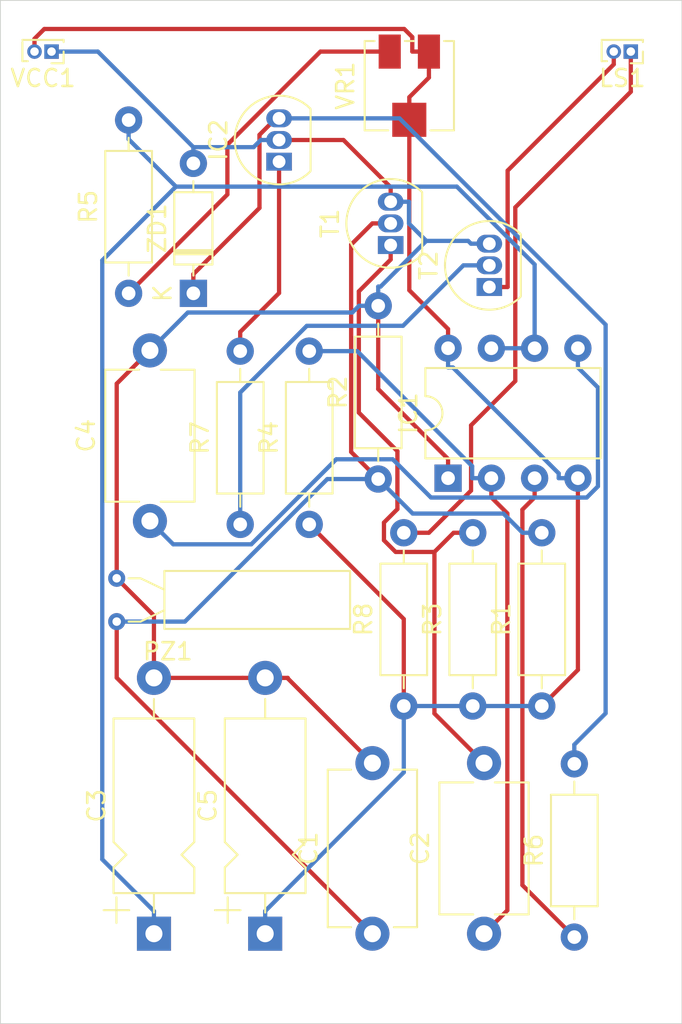
<source format=kicad_pcb>
(kicad_pcb (version 20171130) (host pcbnew "(5.1.10)-1")

  (general
    (thickness 1.6)
    (drawings 4)
    (tracks 153)
    (zones 0)
    (modules 22)
    (nets 15)
  )

  (page A4)
  (layers
    (0 F.Cu signal)
    (31 B.Cu signal)
    (32 B.Adhes user)
    (33 F.Adhes user)
    (34 B.Paste user)
    (35 F.Paste user)
    (36 B.SilkS user)
    (37 F.SilkS user)
    (38 B.Mask user)
    (39 F.Mask user)
    (40 Dwgs.User user)
    (41 Cmts.User user)
    (42 Eco1.User user)
    (43 Eco2.User user)
    (44 Edge.Cuts user)
    (45 Margin user)
    (46 B.CrtYd user)
    (47 F.CrtYd user)
    (48 B.Fab user)
    (49 F.Fab user)
  )

  (setup
    (last_trace_width 0.25)
    (trace_clearance 0.2)
    (zone_clearance 0.508)
    (zone_45_only no)
    (trace_min 0.2)
    (via_size 0.8)
    (via_drill 0.4)
    (via_min_size 0.4)
    (via_min_drill 0.3)
    (uvia_size 0.3)
    (uvia_drill 0.1)
    (uvias_allowed no)
    (uvia_min_size 0.2)
    (uvia_min_drill 0.1)
    (edge_width 0.05)
    (segment_width 0.2)
    (pcb_text_width 0.3)
    (pcb_text_size 1.5 1.5)
    (mod_edge_width 0.12)
    (mod_text_size 1 1)
    (mod_text_width 0.15)
    (pad_size 1.524 1.524)
    (pad_drill 0.762)
    (pad_to_mask_clearance 0)
    (aux_axis_origin 0 0)
    (visible_elements 7FFFFFFF)
    (pcbplotparams
      (layerselection 0x010fc_ffffffff)
      (usegerberextensions false)
      (usegerberattributes true)
      (usegerberadvancedattributes true)
      (creategerberjobfile true)
      (excludeedgelayer true)
      (linewidth 0.100000)
      (plotframeref false)
      (viasonmask false)
      (mode 1)
      (useauxorigin false)
      (hpglpennumber 1)
      (hpglpenspeed 20)
      (hpglpendiameter 15.000000)
      (psnegative false)
      (psa4output false)
      (plotreference true)
      (plotvalue true)
      (plotinvisibletext false)
      (padsonsilk false)
      (subtractmaskfromsilk false)
      (outputformat 1)
      (mirror false)
      (drillshape 1)
      (scaleselection 1)
      (outputdirectory ""))
  )

  (net 0 "")
  (net 1 "Net-(C1-Pad1)")
  (net 2 "Net-(C2-Pad2)")
  (net 3 disthr)
  (net 4 "Net-(C3-Pad1)")
  (net 5 "Net-(C4-Pad1)")
  (net 6 vcc)
  (net 7 "Net-(IC1-Pad3)")
  (net 8 "Net-(IC2-Pad3)")
  (net 9 "Net-(IC2-Pad1)")
  (net 10 "Net-(LS1-Pad1)")
  (net 11 "Net-(LS1-Pad2)")
  (net 12 "Net-(R7-Pad1)")
  (net 13 ground)
  (net 14 "Net-(C2-Pad1)")

  (net_class Default "This is the default net class."
    (clearance 0.2)
    (trace_width 0.25)
    (via_dia 0.8)
    (via_drill 0.4)
    (uvia_dia 0.3)
    (uvia_drill 0.1)
    (add_net "Net-(C1-Pad1)")
    (add_net "Net-(C2-Pad1)")
    (add_net "Net-(C2-Pad2)")
    (add_net "Net-(C3-Pad1)")
    (add_net "Net-(C4-Pad1)")
    (add_net "Net-(IC1-Pad3)")
    (add_net "Net-(IC2-Pad1)")
    (add_net "Net-(IC2-Pad3)")
    (add_net "Net-(LS1-Pad1)")
    (add_net "Net-(LS1-Pad2)")
    (add_net "Net-(R7-Pad1)")
    (add_net disthr)
    (add_net ground)
    (add_net vcc)
  )

  (module Capacitor_THT:C_Disc_D9.0mm_W5.0mm_P10.00mm (layer F.Cu) (tedit 5AE50EF0) (tstamp 60F84919)
    (at 91.835 144.725 90)
    (descr "C, Disc series, Radial, pin pitch=10.00mm, , diameter*width=9*5.0mm^2, Capacitor, http://www.vishay.com/docs/28535/vy2series.pdf")
    (tags "C Disc series Radial pin pitch 10.00mm  diameter 9mm width 5.0mm Capacitor")
    (path /60F87717)
    (fp_text reference C1 (at 5 -3.75 90) (layer F.SilkS)
      (effects (font (size 1 1) (thickness 0.15)))
    )
    (fp_text value 1n (at 5 3.75 90) (layer F.Fab)
      (effects (font (size 1 1) (thickness 0.15)))
    )
    (fp_line (start 11.25 -2.75) (end -1.25 -2.75) (layer F.CrtYd) (width 0.05))
    (fp_line (start 11.25 2.75) (end 11.25 -2.75) (layer F.CrtYd) (width 0.05))
    (fp_line (start -1.25 2.75) (end 11.25 2.75) (layer F.CrtYd) (width 0.05))
    (fp_line (start -1.25 -2.75) (end -1.25 2.75) (layer F.CrtYd) (width 0.05))
    (fp_line (start 9.62 1.256) (end 9.62 2.62) (layer F.SilkS) (width 0.12))
    (fp_line (start 9.62 -2.62) (end 9.62 -1.256) (layer F.SilkS) (width 0.12))
    (fp_line (start 0.38 1.256) (end 0.38 2.62) (layer F.SilkS) (width 0.12))
    (fp_line (start 0.38 -2.62) (end 0.38 -1.256) (layer F.SilkS) (width 0.12))
    (fp_line (start 0.38 2.62) (end 9.62 2.62) (layer F.SilkS) (width 0.12))
    (fp_line (start 0.38 -2.62) (end 9.62 -2.62) (layer F.SilkS) (width 0.12))
    (fp_line (start 9.5 -2.5) (end 0.5 -2.5) (layer F.Fab) (width 0.1))
    (fp_line (start 9.5 2.5) (end 9.5 -2.5) (layer F.Fab) (width 0.1))
    (fp_line (start 0.5 2.5) (end 9.5 2.5) (layer F.Fab) (width 0.1))
    (fp_line (start 0.5 -2.5) (end 0.5 2.5) (layer F.Fab) (width 0.1))
    (fp_text user %R (at 5 0 90) (layer F.Fab)
      (effects (font (size 1 1) (thickness 0.15)))
    )
    (pad 1 thru_hole circle (at 0 0 90) (size 2 2) (drill 1) (layers *.Cu *.Mask)
      (net 1 "Net-(C1-Pad1)"))
    (pad 2 thru_hole circle (at 10 0 90) (size 2 2) (drill 1) (layers *.Cu *.Mask)
      (net 13 ground))
    (model ${KISYS3DMOD}/Capacitor_THT.3dshapes/C_Disc_D9.0mm_W5.0mm_P10.00mm.wrl
      (at (xyz 0 0 0))
      (scale (xyz 1 1 1))
      (rotate (xyz 0 0 0))
    )
  )

  (module Capacitor_THT:C_Disc_D7.5mm_W5.0mm_P10.00mm (layer F.Cu) (tedit 5AE50EF0) (tstamp 60F8492E)
    (at 98.385 144.725 90)
    (descr "C, Disc series, Radial, pin pitch=10.00mm, , diameter*width=7.5*5.0mm^2, Capacitor, http://www.vishay.com/docs/28535/vy2series.pdf")
    (tags "C Disc series Radial pin pitch 10.00mm  diameter 7.5mm width 5.0mm Capacitor")
    (path /60F8532D)
    (fp_text reference C2 (at 5 -3.75 90) (layer F.SilkS)
      (effects (font (size 1 1) (thickness 0.15)))
    )
    (fp_text value 0.1u (at 5 3.75 90) (layer F.Fab)
      (effects (font (size 1 1) (thickness 0.15)))
    )
    (fp_line (start 11.25 -2.75) (end -1.25 -2.75) (layer F.CrtYd) (width 0.05))
    (fp_line (start 11.25 2.75) (end 11.25 -2.75) (layer F.CrtYd) (width 0.05))
    (fp_line (start -1.25 2.75) (end 11.25 2.75) (layer F.CrtYd) (width 0.05))
    (fp_line (start -1.25 -2.75) (end -1.25 2.75) (layer F.CrtYd) (width 0.05))
    (fp_line (start 8.87 0.636) (end 8.87 2.62) (layer F.SilkS) (width 0.12))
    (fp_line (start 8.87 -2.62) (end 8.87 -0.636) (layer F.SilkS) (width 0.12))
    (fp_line (start 1.13 0.636) (end 1.13 2.62) (layer F.SilkS) (width 0.12))
    (fp_line (start 1.13 -2.62) (end 1.13 -0.636) (layer F.SilkS) (width 0.12))
    (fp_line (start 1.13 2.62) (end 8.87 2.62) (layer F.SilkS) (width 0.12))
    (fp_line (start 1.13 -2.62) (end 8.87 -2.62) (layer F.SilkS) (width 0.12))
    (fp_line (start 8.75 -2.5) (end 1.25 -2.5) (layer F.Fab) (width 0.1))
    (fp_line (start 8.75 2.5) (end 8.75 -2.5) (layer F.Fab) (width 0.1))
    (fp_line (start 1.25 2.5) (end 8.75 2.5) (layer F.Fab) (width 0.1))
    (fp_line (start 1.25 -2.5) (end 1.25 2.5) (layer F.Fab) (width 0.1))
    (fp_text user %R (at 5 0 90) (layer F.Fab)
      (effects (font (size 1 1) (thickness 0.15)))
    )
    (pad 1 thru_hole circle (at 0 0 90) (size 2 2) (drill 1) (layers *.Cu *.Mask)
      (net 14 "Net-(C2-Pad1)"))
    (pad 2 thru_hole circle (at 10 0 90) (size 2 2) (drill 1) (layers *.Cu *.Mask)
      (net 2 "Net-(C2-Pad2)"))
    (model ${KISYS3DMOD}/Capacitor_THT.3dshapes/C_Disc_D7.5mm_W5.0mm_P10.00mm.wrl
      (at (xyz 0 0 0))
      (scale (xyz 1 1 1))
      (rotate (xyz 0 0 0))
    )
  )

  (module Capacitor_THT:CP_Axial_L10.0mm_D4.5mm_P15.00mm_Horizontal (layer F.Cu) (tedit 5AE50EF2) (tstamp 60F84955)
    (at 79.01 144.725 90)
    (descr "CP, Axial series, Axial, Horizontal, pin pitch=15mm, , length*diameter=10*4.5mm^2, Electrolytic Capacitor, , http://www.vishay.com/docs/28325/021asm.pdf")
    (tags "CP Axial series Axial Horizontal pin pitch 15mm  length 10mm diameter 4.5mm Electrolytic Capacitor")
    (path /60F88005)
    (fp_text reference C3 (at 7.5 -3.37 90) (layer F.SilkS)
      (effects (font (size 1 1) (thickness 0.15)))
    )
    (fp_text value 100u25V (at 7.5 3.37 90) (layer F.Fab)
      (effects (font (size 1 1) (thickness 0.15)))
    )
    (fp_text user %R (at 7.5 0 90) (layer F.Fab)
      (effects (font (size 1 1) (thickness 0.15)))
    )
    (fp_line (start 2.5 -2.25) (end 2.5 2.25) (layer F.Fab) (width 0.1))
    (fp_line (start 12.5 -2.25) (end 12.5 2.25) (layer F.Fab) (width 0.1))
    (fp_line (start 2.5 -2.25) (end 3.88 -2.25) (layer F.Fab) (width 0.1))
    (fp_line (start 3.88 -2.25) (end 4.63 -1.5) (layer F.Fab) (width 0.1))
    (fp_line (start 4.63 -1.5) (end 5.38 -2.25) (layer F.Fab) (width 0.1))
    (fp_line (start 5.38 -2.25) (end 12.5 -2.25) (layer F.Fab) (width 0.1))
    (fp_line (start 2.5 2.25) (end 3.88 2.25) (layer F.Fab) (width 0.1))
    (fp_line (start 3.88 2.25) (end 4.63 1.5) (layer F.Fab) (width 0.1))
    (fp_line (start 4.63 1.5) (end 5.38 2.25) (layer F.Fab) (width 0.1))
    (fp_line (start 5.38 2.25) (end 12.5 2.25) (layer F.Fab) (width 0.1))
    (fp_line (start 0 0) (end 2.5 0) (layer F.Fab) (width 0.1))
    (fp_line (start 15 0) (end 12.5 0) (layer F.Fab) (width 0.1))
    (fp_line (start 3.9 0) (end 5.4 0) (layer F.Fab) (width 0.1))
    (fp_line (start 4.65 -0.75) (end 4.65 0.75) (layer F.Fab) (width 0.1))
    (fp_line (start 0.63 -2.2) (end 2.13 -2.2) (layer F.SilkS) (width 0.12))
    (fp_line (start 1.38 -2.95) (end 1.38 -1.45) (layer F.SilkS) (width 0.12))
    (fp_line (start 2.38 -2.37) (end 2.38 2.37) (layer F.SilkS) (width 0.12))
    (fp_line (start 12.62 -2.37) (end 12.62 2.37) (layer F.SilkS) (width 0.12))
    (fp_line (start 2.38 -2.37) (end 3.88 -2.37) (layer F.SilkS) (width 0.12))
    (fp_line (start 3.88 -2.37) (end 4.63 -1.62) (layer F.SilkS) (width 0.12))
    (fp_line (start 4.63 -1.62) (end 5.38 -2.37) (layer F.SilkS) (width 0.12))
    (fp_line (start 5.38 -2.37) (end 12.62 -2.37) (layer F.SilkS) (width 0.12))
    (fp_line (start 2.38 2.37) (end 3.88 2.37) (layer F.SilkS) (width 0.12))
    (fp_line (start 3.88 2.37) (end 4.63 1.62) (layer F.SilkS) (width 0.12))
    (fp_line (start 4.63 1.62) (end 5.38 2.37) (layer F.SilkS) (width 0.12))
    (fp_line (start 5.38 2.37) (end 12.62 2.37) (layer F.SilkS) (width 0.12))
    (fp_line (start 1.24 0) (end 2.38 0) (layer F.SilkS) (width 0.12))
    (fp_line (start 13.76 0) (end 12.62 0) (layer F.SilkS) (width 0.12))
    (fp_line (start -1.25 -2.5) (end -1.25 2.5) (layer F.CrtYd) (width 0.05))
    (fp_line (start -1.25 2.5) (end 16.25 2.5) (layer F.CrtYd) (width 0.05))
    (fp_line (start 16.25 2.5) (end 16.25 -2.5) (layer F.CrtYd) (width 0.05))
    (fp_line (start 16.25 -2.5) (end -1.25 -2.5) (layer F.CrtYd) (width 0.05))
    (pad 2 thru_hole oval (at 15 0 90) (size 2 2) (drill 1) (layers *.Cu *.Mask)
      (net 13 ground))
    (pad 1 thru_hole rect (at 0 0 90) (size 2 2) (drill 1) (layers *.Cu *.Mask)
      (net 4 "Net-(C3-Pad1)"))
    (model ${KISYS3DMOD}/Capacitor_THT.3dshapes/CP_Axial_L10.0mm_D4.5mm_P15.00mm_Horizontal.wrl
      (at (xyz 0 0 0))
      (scale (xyz 1 1 1))
      (rotate (xyz 0 0 0))
    )
  )

  (module Capacitor_THT:C_Disc_D7.5mm_W5.0mm_P10.00mm (layer F.Cu) (tedit 5AE50EF0) (tstamp 60F8496A)
    (at 78.775 120.525 90)
    (descr "C, Disc series, Radial, pin pitch=10.00mm, , diameter*width=7.5*5.0mm^2, Capacitor, http://www.vishay.com/docs/28535/vy2series.pdf")
    (tags "C Disc series Radial pin pitch 10.00mm  diameter 7.5mm width 5.0mm Capacitor")
    (path /60F87989)
    (fp_text reference C4 (at 5 -3.75 90) (layer F.SilkS)
      (effects (font (size 1 1) (thickness 0.15)))
    )
    (fp_text value 0.01u (at 5 3.75 90) (layer F.Fab)
      (effects (font (size 1 1) (thickness 0.15)))
    )
    (fp_text user %R (at 5 0 90) (layer F.Fab)
      (effects (font (size 1 1) (thickness 0.15)))
    )
    (fp_line (start 1.25 -2.5) (end 1.25 2.5) (layer F.Fab) (width 0.1))
    (fp_line (start 1.25 2.5) (end 8.75 2.5) (layer F.Fab) (width 0.1))
    (fp_line (start 8.75 2.5) (end 8.75 -2.5) (layer F.Fab) (width 0.1))
    (fp_line (start 8.75 -2.5) (end 1.25 -2.5) (layer F.Fab) (width 0.1))
    (fp_line (start 1.13 -2.62) (end 8.87 -2.62) (layer F.SilkS) (width 0.12))
    (fp_line (start 1.13 2.62) (end 8.87 2.62) (layer F.SilkS) (width 0.12))
    (fp_line (start 1.13 -2.62) (end 1.13 -0.636) (layer F.SilkS) (width 0.12))
    (fp_line (start 1.13 0.636) (end 1.13 2.62) (layer F.SilkS) (width 0.12))
    (fp_line (start 8.87 -2.62) (end 8.87 -0.636) (layer F.SilkS) (width 0.12))
    (fp_line (start 8.87 0.636) (end 8.87 2.62) (layer F.SilkS) (width 0.12))
    (fp_line (start -1.25 -2.75) (end -1.25 2.75) (layer F.CrtYd) (width 0.05))
    (fp_line (start -1.25 2.75) (end 11.25 2.75) (layer F.CrtYd) (width 0.05))
    (fp_line (start 11.25 2.75) (end 11.25 -2.75) (layer F.CrtYd) (width 0.05))
    (fp_line (start 11.25 -2.75) (end -1.25 -2.75) (layer F.CrtYd) (width 0.05))
    (pad 2 thru_hole circle (at 10 0 90) (size 2 2) (drill 1) (layers *.Cu *.Mask)
      (net 13 ground))
    (pad 1 thru_hole circle (at 0 0 90) (size 2 2) (drill 1) (layers *.Cu *.Mask)
      (net 5 "Net-(C4-Pad1)"))
    (model ${KISYS3DMOD}/Capacitor_THT.3dshapes/C_Disc_D7.5mm_W5.0mm_P10.00mm.wrl
      (at (xyz 0 0 0))
      (scale (xyz 1 1 1))
      (rotate (xyz 0 0 0))
    )
  )

  (module Capacitor_THT:CP_Axial_L10.0mm_D4.5mm_P15.00mm_Horizontal (layer F.Cu) (tedit 5AE50EF2) (tstamp 60F84991)
    (at 85.54 144.725 90)
    (descr "CP, Axial series, Axial, Horizontal, pin pitch=15mm, , length*diameter=10*4.5mm^2, Electrolytic Capacitor, , http://www.vishay.com/docs/28325/021asm.pdf")
    (tags "CP Axial series Axial Horizontal pin pitch 15mm  length 10mm diameter 4.5mm Electrolytic Capacitor")
    (path /60F88FD2)
    (fp_text reference C5 (at 7.5 -3.37 90) (layer F.SilkS)
      (effects (font (size 1 1) (thickness 0.15)))
    )
    (fp_text value 100u25V (at 7.5 3.37 90) (layer F.Fab)
      (effects (font (size 1 1) (thickness 0.15)))
    )
    (fp_line (start 16.25 -2.5) (end -1.25 -2.5) (layer F.CrtYd) (width 0.05))
    (fp_line (start 16.25 2.5) (end 16.25 -2.5) (layer F.CrtYd) (width 0.05))
    (fp_line (start -1.25 2.5) (end 16.25 2.5) (layer F.CrtYd) (width 0.05))
    (fp_line (start -1.25 -2.5) (end -1.25 2.5) (layer F.CrtYd) (width 0.05))
    (fp_line (start 13.76 0) (end 12.62 0) (layer F.SilkS) (width 0.12))
    (fp_line (start 1.24 0) (end 2.38 0) (layer F.SilkS) (width 0.12))
    (fp_line (start 5.38 2.37) (end 12.62 2.37) (layer F.SilkS) (width 0.12))
    (fp_line (start 4.63 1.62) (end 5.38 2.37) (layer F.SilkS) (width 0.12))
    (fp_line (start 3.88 2.37) (end 4.63 1.62) (layer F.SilkS) (width 0.12))
    (fp_line (start 2.38 2.37) (end 3.88 2.37) (layer F.SilkS) (width 0.12))
    (fp_line (start 5.38 -2.37) (end 12.62 -2.37) (layer F.SilkS) (width 0.12))
    (fp_line (start 4.63 -1.62) (end 5.38 -2.37) (layer F.SilkS) (width 0.12))
    (fp_line (start 3.88 -2.37) (end 4.63 -1.62) (layer F.SilkS) (width 0.12))
    (fp_line (start 2.38 -2.37) (end 3.88 -2.37) (layer F.SilkS) (width 0.12))
    (fp_line (start 12.62 -2.37) (end 12.62 2.37) (layer F.SilkS) (width 0.12))
    (fp_line (start 2.38 -2.37) (end 2.38 2.37) (layer F.SilkS) (width 0.12))
    (fp_line (start 1.38 -2.95) (end 1.38 -1.45) (layer F.SilkS) (width 0.12))
    (fp_line (start 0.63 -2.2) (end 2.13 -2.2) (layer F.SilkS) (width 0.12))
    (fp_line (start 4.65 -0.75) (end 4.65 0.75) (layer F.Fab) (width 0.1))
    (fp_line (start 3.9 0) (end 5.4 0) (layer F.Fab) (width 0.1))
    (fp_line (start 15 0) (end 12.5 0) (layer F.Fab) (width 0.1))
    (fp_line (start 0 0) (end 2.5 0) (layer F.Fab) (width 0.1))
    (fp_line (start 5.38 2.25) (end 12.5 2.25) (layer F.Fab) (width 0.1))
    (fp_line (start 4.63 1.5) (end 5.38 2.25) (layer F.Fab) (width 0.1))
    (fp_line (start 3.88 2.25) (end 4.63 1.5) (layer F.Fab) (width 0.1))
    (fp_line (start 2.5 2.25) (end 3.88 2.25) (layer F.Fab) (width 0.1))
    (fp_line (start 5.38 -2.25) (end 12.5 -2.25) (layer F.Fab) (width 0.1))
    (fp_line (start 4.63 -1.5) (end 5.38 -2.25) (layer F.Fab) (width 0.1))
    (fp_line (start 3.88 -2.25) (end 4.63 -1.5) (layer F.Fab) (width 0.1))
    (fp_line (start 2.5 -2.25) (end 3.88 -2.25) (layer F.Fab) (width 0.1))
    (fp_line (start 12.5 -2.25) (end 12.5 2.25) (layer F.Fab) (width 0.1))
    (fp_line (start 2.5 -2.25) (end 2.5 2.25) (layer F.Fab) (width 0.1))
    (fp_text user %R (at 7.5 0 90) (layer F.Fab)
      (effects (font (size 1 1) (thickness 0.15)))
    )
    (pad 1 thru_hole rect (at 0 0 90) (size 2 2) (drill 1) (layers *.Cu *.Mask)
      (net 6 vcc))
    (pad 2 thru_hole oval (at 15 0 90) (size 2 2) (drill 1) (layers *.Cu *.Mask)
      (net 13 ground))
    (model ${KISYS3DMOD}/Capacitor_THT.3dshapes/CP_Axial_L10.0mm_D4.5mm_P15.00mm_Horizontal.wrl
      (at (xyz 0 0 0))
      (scale (xyz 1 1 1))
      (rotate (xyz 0 0 0))
    )
  )

  (module Package_DIP:DIP-8_W7.62mm (layer F.Cu) (tedit 5A02E8C5) (tstamp 60F849AD)
    (at 96.275 118.015 90)
    (descr "8-lead though-hole mounted DIP package, row spacing 7.62 mm (300 mils)")
    (tags "THT DIP DIL PDIP 2.54mm 7.62mm 300mil")
    (path /60F83AAC)
    (fp_text reference IC1 (at 3.81 -2.33 90) (layer F.SilkS)
      (effects (font (size 1 1) (thickness 0.15)))
    )
    (fp_text value NE555 (at 3.81 9.95 90) (layer F.Fab)
      (effects (font (size 1 1) (thickness 0.15)))
    )
    (fp_line (start 8.7 -1.55) (end -1.1 -1.55) (layer F.CrtYd) (width 0.05))
    (fp_line (start 8.7 9.15) (end 8.7 -1.55) (layer F.CrtYd) (width 0.05))
    (fp_line (start -1.1 9.15) (end 8.7 9.15) (layer F.CrtYd) (width 0.05))
    (fp_line (start -1.1 -1.55) (end -1.1 9.15) (layer F.CrtYd) (width 0.05))
    (fp_line (start 6.46 -1.33) (end 4.81 -1.33) (layer F.SilkS) (width 0.12))
    (fp_line (start 6.46 8.95) (end 6.46 -1.33) (layer F.SilkS) (width 0.12))
    (fp_line (start 1.16 8.95) (end 6.46 8.95) (layer F.SilkS) (width 0.12))
    (fp_line (start 1.16 -1.33) (end 1.16 8.95) (layer F.SilkS) (width 0.12))
    (fp_line (start 2.81 -1.33) (end 1.16 -1.33) (layer F.SilkS) (width 0.12))
    (fp_line (start 0.635 -0.27) (end 1.635 -1.27) (layer F.Fab) (width 0.1))
    (fp_line (start 0.635 8.89) (end 0.635 -0.27) (layer F.Fab) (width 0.1))
    (fp_line (start 6.985 8.89) (end 0.635 8.89) (layer F.Fab) (width 0.1))
    (fp_line (start 6.985 -1.27) (end 6.985 8.89) (layer F.Fab) (width 0.1))
    (fp_line (start 1.635 -1.27) (end 6.985 -1.27) (layer F.Fab) (width 0.1))
    (fp_arc (start 3.81 -1.33) (end 2.81 -1.33) (angle -180) (layer F.SilkS) (width 0.12))
    (fp_text user %R (at 3.81 3.81 90) (layer F.Fab)
      (effects (font (size 1 1) (thickness 0.15)))
    )
    (pad 1 thru_hole rect (at 0 0 90) (size 1.6 1.6) (drill 0.8) (layers *.Cu *.Mask)
      (net 13 ground))
    (pad 5 thru_hole oval (at 7.62 7.62 90) (size 1.6 1.6) (drill 0.8) (layers *.Cu *.Mask)
      (net 5 "Net-(C4-Pad1)"))
    (pad 2 thru_hole oval (at 0 2.54 90) (size 1.6 1.6) (drill 0.8) (layers *.Cu *.Mask)
      (net 14 "Net-(C2-Pad1)"))
    (pad 6 thru_hole oval (at 7.62 5.08 90) (size 1.6 1.6) (drill 0.8) (layers *.Cu *.Mask)
      (net 4 "Net-(C3-Pad1)"))
    (pad 3 thru_hole oval (at 0 5.08 90) (size 1.6 1.6) (drill 0.8) (layers *.Cu *.Mask)
      (net 7 "Net-(IC1-Pad3)"))
    (pad 7 thru_hole oval (at 7.62 2.54 90) (size 1.6 1.6) (drill 0.8) (layers *.Cu *.Mask)
      (net 4 "Net-(C3-Pad1)"))
    (pad 4 thru_hole oval (at 0 7.62 90) (size 1.6 1.6) (drill 0.8) (layers *.Cu *.Mask)
      (net 6 vcc))
    (pad 8 thru_hole oval (at 7.62 0 90) (size 1.6 1.6) (drill 0.8) (layers *.Cu *.Mask)
      (net 6 vcc))
    (model ${KISYS3DMOD}/Package_DIP.3dshapes/DIP-8_W7.62mm.wrl
      (at (xyz 0 0 0))
      (scale (xyz 1 1 1))
      (rotate (xyz 0 0 0))
    )
  )

  (module Package_TO_SOT_THT:TO-92_Inline (layer F.Cu) (tedit 5A1DD157) (tstamp 60F849BF)
    (at 86.355 99.455 90)
    (descr "TO-92 leads in-line, narrow, oval pads, drill 0.75mm (see NXP sot054_po.pdf)")
    (tags "to-92 sc-43 sc-43a sot54 PA33 transistor")
    (path /60F940E1)
    (fp_text reference IC2 (at 1.27 -3.56 90) (layer F.SilkS)
      (effects (font (size 1 1) (thickness 0.15)))
    )
    (fp_text value UM66 (at 1.27 2.79 90) (layer F.Fab)
      (effects (font (size 1 1) (thickness 0.15)))
    )
    (fp_arc (start 1.27 0) (end 1.27 -2.6) (angle 135) (layer F.SilkS) (width 0.12))
    (fp_arc (start 1.27 0) (end 1.27 -2.48) (angle -135) (layer F.Fab) (width 0.1))
    (fp_arc (start 1.27 0) (end 1.27 -2.6) (angle -135) (layer F.SilkS) (width 0.12))
    (fp_arc (start 1.27 0) (end 1.27 -2.48) (angle 135) (layer F.Fab) (width 0.1))
    (fp_text user %R (at 1.27 0 90) (layer F.Fab)
      (effects (font (size 1 1) (thickness 0.15)))
    )
    (fp_line (start -0.53 1.85) (end 3.07 1.85) (layer F.SilkS) (width 0.12))
    (fp_line (start -0.5 1.75) (end 3 1.75) (layer F.Fab) (width 0.1))
    (fp_line (start -1.46 -2.73) (end 4 -2.73) (layer F.CrtYd) (width 0.05))
    (fp_line (start -1.46 -2.73) (end -1.46 2.01) (layer F.CrtYd) (width 0.05))
    (fp_line (start 4 2.01) (end 4 -2.73) (layer F.CrtYd) (width 0.05))
    (fp_line (start 4 2.01) (end -1.46 2.01) (layer F.CrtYd) (width 0.05))
    (pad 1 thru_hole rect (at 0 0 90) (size 1.05 1.5) (drill 0.75) (layers *.Cu *.Mask)
      (net 9 "Net-(IC2-Pad1)"))
    (pad 3 thru_hole oval (at 2.54 0 90) (size 1.05 1.5) (drill 0.75) (layers *.Cu *.Mask)
      (net 8 "Net-(IC2-Pad3)"))
    (pad 2 thru_hole oval (at 1.27 0 90) (size 1.05 1.5) (drill 0.75) (layers *.Cu *.Mask)
      (net 13 ground))
    (model ${KISYS3DMOD}/Package_TO_SOT_THT.3dshapes/TO-92_Inline.wrl
      (at (xyz 0 0 0))
      (scale (xyz 1 1 1))
      (rotate (xyz 0 0 0))
    )
  )

  (module Connector_PinHeader_1.00mm:PinHeader_2x01_P1.00mm_Vertical (layer F.Cu) (tedit 59FED738) (tstamp 60F849D6)
    (at 107 93 180)
    (descr "Through hole straight pin header, 2x01, 1.00mm pitch, double rows")
    (tags "Through hole pin header THT 2x01 1.00mm double row")
    (path /60F91989)
    (fp_text reference LS1 (at 0.5 -1.56) (layer F.SilkS)
      (effects (font (size 1 1) (thickness 0.15)))
    )
    (fp_text value 8,0.5W (at 0.5 1.56) (layer F.Fab)
      (effects (font (size 1 1) (thickness 0.15)))
    )
    (fp_line (start 2.15 -1) (end -1.15 -1) (layer F.CrtYd) (width 0.05))
    (fp_line (start 2.15 1) (end 2.15 -1) (layer F.CrtYd) (width 0.05))
    (fp_line (start -1.15 1) (end 2.15 1) (layer F.CrtYd) (width 0.05))
    (fp_line (start -1.15 -1) (end -1.15 1) (layer F.CrtYd) (width 0.05))
    (fp_line (start -0.71 -0.685) (end 0 -0.685) (layer F.SilkS) (width 0.12))
    (fp_line (start -0.71 0) (end -0.71 -0.685) (layer F.SilkS) (width 0.12))
    (fp_line (start 1.394493 -0.56) (end 1.71 -0.56) (layer F.SilkS) (width 0.12))
    (fp_line (start -0.71 0.685) (end -0.608276 0.685) (layer F.SilkS) (width 0.12))
    (fp_line (start 1.71 -0.56) (end 1.71 0.56) (layer F.SilkS) (width 0.12))
    (fp_line (start -0.71 0.685) (end -0.71 0.56) (layer F.SilkS) (width 0.12))
    (fp_line (start -0.71 0.685) (end 1.71 0.685) (layer F.SilkS) (width 0.12))
    (fp_line (start -0.65 0.075) (end -0.075 -0.5) (layer F.Fab) (width 0.1))
    (fp_line (start -0.65 0.5) (end -0.65 0.075) (layer F.Fab) (width 0.1))
    (fp_line (start 1.65 0.5) (end -0.65 0.5) (layer F.Fab) (width 0.1))
    (fp_line (start 1.65 -0.5) (end 1.65 0.5) (layer F.Fab) (width 0.1))
    (fp_line (start -0.075 -0.5) (end 1.65 -0.5) (layer F.Fab) (width 0.1))
    (fp_text user %R (at 0.5 0 90) (layer F.Fab)
      (effects (font (size 1 1) (thickness 0.15)))
    )
    (pad 1 thru_hole rect (at 0 0 180) (size 0.85 0.85) (drill 0.5) (layers *.Cu *.Mask)
      (net 10 "Net-(LS1-Pad1)"))
    (pad 2 thru_hole oval (at 1 0 180) (size 0.85 0.85) (drill 0.5) (layers *.Cu *.Mask)
      (net 11 "Net-(LS1-Pad2)"))
    (model ${KISYS3DMOD}/Connector_PinHeader_1.00mm.3dshapes/PinHeader_2x01_P1.00mm_Vertical.wrl
      (at (xyz 0 0 0))
      (scale (xyz 1 1 1))
      (rotate (xyz 0 0 0))
    )
  )

  (module Crystal:Crystal_AT310_D3.0mm_L10.0mm_Horizontal (layer F.Cu) (tedit 5D20AD32) (tstamp 60F849F1)
    (at 76.825 126.425 90)
    (descr "Crystal THT AT310 10.0mm-10.5mm length 3.0mm diameter http://www.cinetech.com.tw/upload/2011/04/20110401165201.pdf")
    (tags ['AT310'])
    (path /60F89E4E)
    (fp_text reference PZ1 (at -1.75 3) (layer F.SilkS)
      (effects (font (size 1 1) (thickness 0.15)))
    )
    (fp_text value Crystal (at 4.29 3) (layer F.Fab)
      (effects (font (size 1 1) (thickness 0.15)))
    )
    (fp_line (start 3.6 -0.8) (end -1 -0.8) (layer F.CrtYd) (width 0.05))
    (fp_line (start 3.6 14.3) (end 3.6 -0.8) (layer F.CrtYd) (width 0.05))
    (fp_line (start -1 14.3) (end 3.6 14.3) (layer F.CrtYd) (width 0.05))
    (fp_line (start -1 -0.8) (end -1 14.3) (layer F.CrtYd) (width 0.05))
    (fp_line (start 2.54 1.4) (end 2.54 0.7) (layer F.SilkS) (width 0.12))
    (fp_line (start 1.87 2.8) (end 2.54 1.4) (layer F.SilkS) (width 0.12))
    (fp_line (start 0 1.4) (end 0 0.7) (layer F.SilkS) (width 0.12))
    (fp_line (start 0.67 2.8) (end 0 1.4) (layer F.SilkS) (width 0.12))
    (fp_line (start 2.97 2.8) (end -0.43 2.8) (layer F.SilkS) (width 0.12))
    (fp_line (start 2.97 13.7) (end 2.97 2.8) (layer F.SilkS) (width 0.12))
    (fp_line (start -0.43 13.7) (end 2.97 13.7) (layer F.SilkS) (width 0.12))
    (fp_line (start -0.43 2.8) (end -0.43 13.7) (layer F.SilkS) (width 0.12))
    (fp_line (start 2.54 1.5) (end 2.54 0) (layer F.Fab) (width 0.1))
    (fp_line (start 1.87 3) (end 2.54 1.5) (layer F.Fab) (width 0.1))
    (fp_line (start 0 1.5) (end 0 0) (layer F.Fab) (width 0.1))
    (fp_line (start 0.67 3) (end 0 1.5) (layer F.Fab) (width 0.1))
    (fp_line (start 2.77 3) (end -0.23 3) (layer F.Fab) (width 0.1))
    (fp_line (start 2.77 13.5) (end 2.77 3) (layer F.Fab) (width 0.1))
    (fp_line (start -0.23 13.5) (end 2.77 13.5) (layer F.Fab) (width 0.1))
    (fp_line (start -0.23 3) (end -0.23 13.5) (layer F.Fab) (width 0.1))
    (fp_text user %R (at 1.25 8.75) (layer F.Fab)
      (effects (font (size 0.8 0.8) (thickness 0.12)))
    )
    (pad 1 thru_hole circle (at 0 0 90) (size 1 1) (drill 0.5) (layers *.Cu *.Mask)
      (net 1 "Net-(C1-Pad1)"))
    (pad 2 thru_hole circle (at 2.54 0 90) (size 1 1) (drill 0.5) (layers *.Cu *.Mask)
      (net 13 ground))
    (model ${KISYS3DMOD}/Crystal.3dshapes/Crystal_AT310_D3.0mm_L10.0mm_Horizontal.wrl
      (at (xyz 0 0 0))
      (scale (xyz 1 1 1))
      (rotate (xyz 0 0 0))
    )
  )

  (module Resistor_THT:R_Axial_DIN0207_L6.3mm_D2.5mm_P10.16mm_Horizontal (layer F.Cu) (tedit 5AE5139B) (tstamp 60F84A08)
    (at 101.775 131.375 90)
    (descr "Resistor, Axial_DIN0207 series, Axial, Horizontal, pin pitch=10.16mm, 0.25W = 1/4W, length*diameter=6.3*2.5mm^2, http://cdn-reichelt.de/documents/datenblatt/B400/1_4W%23YAG.pdf")
    (tags "Resistor Axial_DIN0207 series Axial Horizontal pin pitch 10.16mm 0.25W = 1/4W length 6.3mm diameter 2.5mm")
    (path /60F81338)
    (fp_text reference R1 (at 5.08 -2.37 90) (layer F.SilkS)
      (effects (font (size 1 1) (thickness 0.15)))
    )
    (fp_text value 2.2M (at 5.08 2.37 90) (layer F.Fab)
      (effects (font (size 1 1) (thickness 0.15)))
    )
    (fp_text user %R (at 5.08 0 90) (layer F.Fab)
      (effects (font (size 1 1) (thickness 0.15)))
    )
    (fp_line (start 1.93 -1.25) (end 1.93 1.25) (layer F.Fab) (width 0.1))
    (fp_line (start 1.93 1.25) (end 8.23 1.25) (layer F.Fab) (width 0.1))
    (fp_line (start 8.23 1.25) (end 8.23 -1.25) (layer F.Fab) (width 0.1))
    (fp_line (start 8.23 -1.25) (end 1.93 -1.25) (layer F.Fab) (width 0.1))
    (fp_line (start 0 0) (end 1.93 0) (layer F.Fab) (width 0.1))
    (fp_line (start 10.16 0) (end 8.23 0) (layer F.Fab) (width 0.1))
    (fp_line (start 1.81 -1.37) (end 1.81 1.37) (layer F.SilkS) (width 0.12))
    (fp_line (start 1.81 1.37) (end 8.35 1.37) (layer F.SilkS) (width 0.12))
    (fp_line (start 8.35 1.37) (end 8.35 -1.37) (layer F.SilkS) (width 0.12))
    (fp_line (start 8.35 -1.37) (end 1.81 -1.37) (layer F.SilkS) (width 0.12))
    (fp_line (start 1.04 0) (end 1.81 0) (layer F.SilkS) (width 0.12))
    (fp_line (start 9.12 0) (end 8.35 0) (layer F.SilkS) (width 0.12))
    (fp_line (start -1.05 -1.5) (end -1.05 1.5) (layer F.CrtYd) (width 0.05))
    (fp_line (start -1.05 1.5) (end 11.21 1.5) (layer F.CrtYd) (width 0.05))
    (fp_line (start 11.21 1.5) (end 11.21 -1.5) (layer F.CrtYd) (width 0.05))
    (fp_line (start 11.21 -1.5) (end -1.05 -1.5) (layer F.CrtYd) (width 0.05))
    (pad 2 thru_hole oval (at 10.16 0 90) (size 1.6 1.6) (drill 0.8) (layers *.Cu *.Mask)
      (net 1 "Net-(C1-Pad1)"))
    (pad 1 thru_hole circle (at 0 0 90) (size 1.6 1.6) (drill 0.8) (layers *.Cu *.Mask)
      (net 6 vcc))
    (model ${KISYS3DMOD}/Resistor_THT.3dshapes/R_Axial_DIN0207_L6.3mm_D2.5mm_P10.16mm_Horizontal.wrl
      (at (xyz 0 0 0))
      (scale (xyz 1 1 1))
      (rotate (xyz 0 0 0))
    )
  )

  (module Resistor_THT:R_Axial_DIN0207_L6.3mm_D2.5mm_P10.16mm_Horizontal (layer F.Cu) (tedit 5AE5139B) (tstamp 60F84A1F)
    (at 92.175 118.065 90)
    (descr "Resistor, Axial_DIN0207 series, Axial, Horizontal, pin pitch=10.16mm, 0.25W = 1/4W, length*diameter=6.3*2.5mm^2, http://cdn-reichelt.de/documents/datenblatt/B400/1_4W%23YAG.pdf")
    (tags "Resistor Axial_DIN0207 series Axial Horizontal pin pitch 10.16mm 0.25W = 1/4W length 6.3mm diameter 2.5mm")
    (path /60F8086C)
    (fp_text reference R2 (at 5.08 -2.37 90) (layer F.SilkS)
      (effects (font (size 1 1) (thickness 0.15)))
    )
    (fp_text value 270K (at 5.08 2.37 90) (layer F.Fab)
      (effects (font (size 1 1) (thickness 0.15)))
    )
    (fp_text user %R (at 5.08 0 90) (layer F.Fab)
      (effects (font (size 1 1) (thickness 0.15)))
    )
    (fp_line (start 1.93 -1.25) (end 1.93 1.25) (layer F.Fab) (width 0.1))
    (fp_line (start 1.93 1.25) (end 8.23 1.25) (layer F.Fab) (width 0.1))
    (fp_line (start 8.23 1.25) (end 8.23 -1.25) (layer F.Fab) (width 0.1))
    (fp_line (start 8.23 -1.25) (end 1.93 -1.25) (layer F.Fab) (width 0.1))
    (fp_line (start 0 0) (end 1.93 0) (layer F.Fab) (width 0.1))
    (fp_line (start 10.16 0) (end 8.23 0) (layer F.Fab) (width 0.1))
    (fp_line (start 1.81 -1.37) (end 1.81 1.37) (layer F.SilkS) (width 0.12))
    (fp_line (start 1.81 1.37) (end 8.35 1.37) (layer F.SilkS) (width 0.12))
    (fp_line (start 8.35 1.37) (end 8.35 -1.37) (layer F.SilkS) (width 0.12))
    (fp_line (start 8.35 -1.37) (end 1.81 -1.37) (layer F.SilkS) (width 0.12))
    (fp_line (start 1.04 0) (end 1.81 0) (layer F.SilkS) (width 0.12))
    (fp_line (start 9.12 0) (end 8.35 0) (layer F.SilkS) (width 0.12))
    (fp_line (start -1.05 -1.5) (end -1.05 1.5) (layer F.CrtYd) (width 0.05))
    (fp_line (start -1.05 1.5) (end 11.21 1.5) (layer F.CrtYd) (width 0.05))
    (fp_line (start 11.21 1.5) (end 11.21 -1.5) (layer F.CrtYd) (width 0.05))
    (fp_line (start 11.21 -1.5) (end -1.05 -1.5) (layer F.CrtYd) (width 0.05))
    (pad 2 thru_hole oval (at 10.16 0 90) (size 1.6 1.6) (drill 0.8) (layers *.Cu *.Mask)
      (net 13 ground))
    (pad 1 thru_hole circle (at 0 0 90) (size 1.6 1.6) (drill 0.8) (layers *.Cu *.Mask)
      (net 1 "Net-(C1-Pad1)"))
    (model ${KISYS3DMOD}/Resistor_THT.3dshapes/R_Axial_DIN0207_L6.3mm_D2.5mm_P10.16mm_Horizontal.wrl
      (at (xyz 0 0 0))
      (scale (xyz 1 1 1))
      (rotate (xyz 0 0 0))
    )
  )

  (module Resistor_THT:R_Axial_DIN0207_L6.3mm_D2.5mm_P10.16mm_Horizontal (layer F.Cu) (tedit 5AE5139B) (tstamp 60F84A36)
    (at 97.725 131.375 90)
    (descr "Resistor, Axial_DIN0207 series, Axial, Horizontal, pin pitch=10.16mm, 0.25W = 1/4W, length*diameter=6.3*2.5mm^2, http://cdn-reichelt.de/documents/datenblatt/B400/1_4W%23YAG.pdf")
    (tags "Resistor Axial_DIN0207 series Axial Horizontal pin pitch 10.16mm 0.25W = 1/4W length 6.3mm diameter 2.5mm")
    (path /60F82061)
    (fp_text reference R3 (at 5.08 -2.37 90) (layer F.SilkS)
      (effects (font (size 1 1) (thickness 0.15)))
    )
    (fp_text value 3.3K (at 5.08 2.37 90) (layer F.Fab)
      (effects (font (size 1 1) (thickness 0.15)))
    )
    (fp_line (start 11.21 -1.5) (end -1.05 -1.5) (layer F.CrtYd) (width 0.05))
    (fp_line (start 11.21 1.5) (end 11.21 -1.5) (layer F.CrtYd) (width 0.05))
    (fp_line (start -1.05 1.5) (end 11.21 1.5) (layer F.CrtYd) (width 0.05))
    (fp_line (start -1.05 -1.5) (end -1.05 1.5) (layer F.CrtYd) (width 0.05))
    (fp_line (start 9.12 0) (end 8.35 0) (layer F.SilkS) (width 0.12))
    (fp_line (start 1.04 0) (end 1.81 0) (layer F.SilkS) (width 0.12))
    (fp_line (start 8.35 -1.37) (end 1.81 -1.37) (layer F.SilkS) (width 0.12))
    (fp_line (start 8.35 1.37) (end 8.35 -1.37) (layer F.SilkS) (width 0.12))
    (fp_line (start 1.81 1.37) (end 8.35 1.37) (layer F.SilkS) (width 0.12))
    (fp_line (start 1.81 -1.37) (end 1.81 1.37) (layer F.SilkS) (width 0.12))
    (fp_line (start 10.16 0) (end 8.23 0) (layer F.Fab) (width 0.1))
    (fp_line (start 0 0) (end 1.93 0) (layer F.Fab) (width 0.1))
    (fp_line (start 8.23 -1.25) (end 1.93 -1.25) (layer F.Fab) (width 0.1))
    (fp_line (start 8.23 1.25) (end 8.23 -1.25) (layer F.Fab) (width 0.1))
    (fp_line (start 1.93 1.25) (end 8.23 1.25) (layer F.Fab) (width 0.1))
    (fp_line (start 1.93 -1.25) (end 1.93 1.25) (layer F.Fab) (width 0.1))
    (fp_text user %R (at 5.08 0 90) (layer F.Fab)
      (effects (font (size 1 1) (thickness 0.15)))
    )
    (pad 1 thru_hole circle (at 0 0 90) (size 1.6 1.6) (drill 0.8) (layers *.Cu *.Mask)
      (net 6 vcc))
    (pad 2 thru_hole oval (at 10.16 0 90) (size 1.6 1.6) (drill 0.8) (layers *.Cu *.Mask)
      (net 2 "Net-(C2-Pad2)"))
    (model ${KISYS3DMOD}/Resistor_THT.3dshapes/R_Axial_DIN0207_L6.3mm_D2.5mm_P10.16mm_Horizontal.wrl
      (at (xyz 0 0 0))
      (scale (xyz 1 1 1))
      (rotate (xyz 0 0 0))
    )
  )

  (module Resistor_THT:R_Axial_DIN0207_L6.3mm_D2.5mm_P10.16mm_Horizontal (layer F.Cu) (tedit 5AE5139B) (tstamp 60F84A4D)
    (at 88.125 120.725 90)
    (descr "Resistor, Axial_DIN0207 series, Axial, Horizontal, pin pitch=10.16mm, 0.25W = 1/4W, length*diameter=6.3*2.5mm^2, http://cdn-reichelt.de/documents/datenblatt/B400/1_4W%23YAG.pdf")
    (tags "Resistor Axial_DIN0207 series Axial Horizontal pin pitch 10.16mm 0.25W = 1/4W length 6.3mm diameter 2.5mm")
    (path /60F827D3)
    (fp_text reference R4 (at 5.08 -2.37 90) (layer F.SilkS)
      (effects (font (size 1 1) (thickness 0.15)))
    )
    (fp_text value 10K (at 5.08 2.37 90) (layer F.Fab)
      (effects (font (size 1 1) (thickness 0.15)))
    )
    (fp_line (start 11.21 -1.5) (end -1.05 -1.5) (layer F.CrtYd) (width 0.05))
    (fp_line (start 11.21 1.5) (end 11.21 -1.5) (layer F.CrtYd) (width 0.05))
    (fp_line (start -1.05 1.5) (end 11.21 1.5) (layer F.CrtYd) (width 0.05))
    (fp_line (start -1.05 -1.5) (end -1.05 1.5) (layer F.CrtYd) (width 0.05))
    (fp_line (start 9.12 0) (end 8.35 0) (layer F.SilkS) (width 0.12))
    (fp_line (start 1.04 0) (end 1.81 0) (layer F.SilkS) (width 0.12))
    (fp_line (start 8.35 -1.37) (end 1.81 -1.37) (layer F.SilkS) (width 0.12))
    (fp_line (start 8.35 1.37) (end 8.35 -1.37) (layer F.SilkS) (width 0.12))
    (fp_line (start 1.81 1.37) (end 8.35 1.37) (layer F.SilkS) (width 0.12))
    (fp_line (start 1.81 -1.37) (end 1.81 1.37) (layer F.SilkS) (width 0.12))
    (fp_line (start 10.16 0) (end 8.23 0) (layer F.Fab) (width 0.1))
    (fp_line (start 0 0) (end 1.93 0) (layer F.Fab) (width 0.1))
    (fp_line (start 8.23 -1.25) (end 1.93 -1.25) (layer F.Fab) (width 0.1))
    (fp_line (start 8.23 1.25) (end 8.23 -1.25) (layer F.Fab) (width 0.1))
    (fp_line (start 1.93 1.25) (end 8.23 1.25) (layer F.Fab) (width 0.1))
    (fp_line (start 1.93 -1.25) (end 1.93 1.25) (layer F.Fab) (width 0.1))
    (fp_text user %R (at 5.08 0 90) (layer F.Fab)
      (effects (font (size 1 1) (thickness 0.15)))
    )
    (pad 1 thru_hole circle (at 0 0 90) (size 1.6 1.6) (drill 0.8) (layers *.Cu *.Mask)
      (net 6 vcc))
    (pad 2 thru_hole oval (at 10.16 0 90) (size 1.6 1.6) (drill 0.8) (layers *.Cu *.Mask)
      (net 14 "Net-(C2-Pad1)"))
    (model ${KISYS3DMOD}/Resistor_THT.3dshapes/R_Axial_DIN0207_L6.3mm_D2.5mm_P10.16mm_Horizontal.wrl
      (at (xyz 0 0 0))
      (scale (xyz 1 1 1))
      (rotate (xyz 0 0 0))
    )
  )

  (module Resistor_THT:R_Axial_DIN0207_L6.3mm_D2.5mm_P10.16mm_Horizontal (layer F.Cu) (tedit 5AE5139B) (tstamp 60F84A64)
    (at 77.525 107.175 90)
    (descr "Resistor, Axial_DIN0207 series, Axial, Horizontal, pin pitch=10.16mm, 0.25W = 1/4W, length*diameter=6.3*2.5mm^2, http://cdn-reichelt.de/documents/datenblatt/B400/1_4W%23YAG.pdf")
    (tags "Resistor Axial_DIN0207 series Axial Horizontal pin pitch 10.16mm 0.25W = 1/4W length 6.3mm diameter 2.5mm")
    (path /60F82A38)
    (fp_text reference R5 (at 5.08 -2.37 90) (layer F.SilkS)
      (effects (font (size 1 1) (thickness 0.15)))
    )
    (fp_text value 10K (at 5.08 2.37 90) (layer F.Fab)
      (effects (font (size 1 1) (thickness 0.15)))
    )
    (fp_text user %R (at 5.08 0 90) (layer F.Fab)
      (effects (font (size 1 1) (thickness 0.15)))
    )
    (fp_line (start 1.93 -1.25) (end 1.93 1.25) (layer F.Fab) (width 0.1))
    (fp_line (start 1.93 1.25) (end 8.23 1.25) (layer F.Fab) (width 0.1))
    (fp_line (start 8.23 1.25) (end 8.23 -1.25) (layer F.Fab) (width 0.1))
    (fp_line (start 8.23 -1.25) (end 1.93 -1.25) (layer F.Fab) (width 0.1))
    (fp_line (start 0 0) (end 1.93 0) (layer F.Fab) (width 0.1))
    (fp_line (start 10.16 0) (end 8.23 0) (layer F.Fab) (width 0.1))
    (fp_line (start 1.81 -1.37) (end 1.81 1.37) (layer F.SilkS) (width 0.12))
    (fp_line (start 1.81 1.37) (end 8.35 1.37) (layer F.SilkS) (width 0.12))
    (fp_line (start 8.35 1.37) (end 8.35 -1.37) (layer F.SilkS) (width 0.12))
    (fp_line (start 8.35 -1.37) (end 1.81 -1.37) (layer F.SilkS) (width 0.12))
    (fp_line (start 1.04 0) (end 1.81 0) (layer F.SilkS) (width 0.12))
    (fp_line (start 9.12 0) (end 8.35 0) (layer F.SilkS) (width 0.12))
    (fp_line (start -1.05 -1.5) (end -1.05 1.5) (layer F.CrtYd) (width 0.05))
    (fp_line (start -1.05 1.5) (end 11.21 1.5) (layer F.CrtYd) (width 0.05))
    (fp_line (start 11.21 1.5) (end 11.21 -1.5) (layer F.CrtYd) (width 0.05))
    (fp_line (start 11.21 -1.5) (end -1.05 -1.5) (layer F.CrtYd) (width 0.05))
    (pad 2 thru_hole oval (at 10.16 0 90) (size 1.6 1.6) (drill 0.8) (layers *.Cu *.Mask)
      (net 4 "Net-(C3-Pad1)"))
    (pad 1 thru_hole circle (at 0 0 90) (size 1.6 1.6) (drill 0.8) (layers *.Cu *.Mask)
      (net 3 disthr))
    (model ${KISYS3DMOD}/Resistor_THT.3dshapes/R_Axial_DIN0207_L6.3mm_D2.5mm_P10.16mm_Horizontal.wrl
      (at (xyz 0 0 0))
      (scale (xyz 1 1 1))
      (rotate (xyz 0 0 0))
    )
  )

  (module Resistor_THT:R_Axial_DIN0207_L6.3mm_D2.5mm_P10.16mm_Horizontal (layer F.Cu) (tedit 5AE5139B) (tstamp 60F84A7B)
    (at 103.685 144.925 90)
    (descr "Resistor, Axial_DIN0207 series, Axial, Horizontal, pin pitch=10.16mm, 0.25W = 1/4W, length*diameter=6.3*2.5mm^2, http://cdn-reichelt.de/documents/datenblatt/B400/1_4W%23YAG.pdf")
    (tags "Resistor Axial_DIN0207 series Axial Horizontal pin pitch 10.16mm 0.25W = 1/4W length 6.3mm diameter 2.5mm")
    (path /60F83329)
    (fp_text reference R6 (at 5.08 -2.37 90) (layer F.SilkS)
      (effects (font (size 1 1) (thickness 0.15)))
    )
    (fp_text value 470 (at 5.08 2.37 90) (layer F.Fab)
      (effects (font (size 1 1) (thickness 0.15)))
    )
    (fp_line (start 11.21 -1.5) (end -1.05 -1.5) (layer F.CrtYd) (width 0.05))
    (fp_line (start 11.21 1.5) (end 11.21 -1.5) (layer F.CrtYd) (width 0.05))
    (fp_line (start -1.05 1.5) (end 11.21 1.5) (layer F.CrtYd) (width 0.05))
    (fp_line (start -1.05 -1.5) (end -1.05 1.5) (layer F.CrtYd) (width 0.05))
    (fp_line (start 9.12 0) (end 8.35 0) (layer F.SilkS) (width 0.12))
    (fp_line (start 1.04 0) (end 1.81 0) (layer F.SilkS) (width 0.12))
    (fp_line (start 8.35 -1.37) (end 1.81 -1.37) (layer F.SilkS) (width 0.12))
    (fp_line (start 8.35 1.37) (end 8.35 -1.37) (layer F.SilkS) (width 0.12))
    (fp_line (start 1.81 1.37) (end 8.35 1.37) (layer F.SilkS) (width 0.12))
    (fp_line (start 1.81 -1.37) (end 1.81 1.37) (layer F.SilkS) (width 0.12))
    (fp_line (start 10.16 0) (end 8.23 0) (layer F.Fab) (width 0.1))
    (fp_line (start 0 0) (end 1.93 0) (layer F.Fab) (width 0.1))
    (fp_line (start 8.23 -1.25) (end 1.93 -1.25) (layer F.Fab) (width 0.1))
    (fp_line (start 8.23 1.25) (end 8.23 -1.25) (layer F.Fab) (width 0.1))
    (fp_line (start 1.93 1.25) (end 8.23 1.25) (layer F.Fab) (width 0.1))
    (fp_line (start 1.93 -1.25) (end 1.93 1.25) (layer F.Fab) (width 0.1))
    (fp_text user %R (at 5.08 0 90) (layer F.Fab)
      (effects (font (size 1 1) (thickness 0.15)))
    )
    (pad 1 thru_hole circle (at 0 0 90) (size 1.6 1.6) (drill 0.8) (layers *.Cu *.Mask)
      (net 7 "Net-(IC1-Pad3)"))
    (pad 2 thru_hole oval (at 10.16 0 90) (size 1.6 1.6) (drill 0.8) (layers *.Cu *.Mask)
      (net 8 "Net-(IC2-Pad3)"))
    (model ${KISYS3DMOD}/Resistor_THT.3dshapes/R_Axial_DIN0207_L6.3mm_D2.5mm_P10.16mm_Horizontal.wrl
      (at (xyz 0 0 0))
      (scale (xyz 1 1 1))
      (rotate (xyz 0 0 0))
    )
  )

  (module Resistor_THT:R_Axial_DIN0207_L6.3mm_D2.5mm_P10.16mm_Horizontal (layer F.Cu) (tedit 5AE5139B) (tstamp 60F84A92)
    (at 84.075 120.725 90)
    (descr "Resistor, Axial_DIN0207 series, Axial, Horizontal, pin pitch=10.16mm, 0.25W = 1/4W, length*diameter=6.3*2.5mm^2, http://cdn-reichelt.de/documents/datenblatt/B400/1_4W%23YAG.pdf")
    (tags "Resistor Axial_DIN0207 series Axial Horizontal pin pitch 10.16mm 0.25W = 1/4W length 6.3mm diameter 2.5mm")
    (path /60F82FCE)
    (fp_text reference R7 (at 5.08 -2.37 90) (layer F.SilkS)
      (effects (font (size 1 1) (thickness 0.15)))
    )
    (fp_text value 1K (at 5.08 2.37 90) (layer F.Fab)
      (effects (font (size 1 1) (thickness 0.15)))
    )
    (fp_text user %R (at 5.08 0 90) (layer F.Fab)
      (effects (font (size 1 1) (thickness 0.15)))
    )
    (fp_line (start 1.93 -1.25) (end 1.93 1.25) (layer F.Fab) (width 0.1))
    (fp_line (start 1.93 1.25) (end 8.23 1.25) (layer F.Fab) (width 0.1))
    (fp_line (start 8.23 1.25) (end 8.23 -1.25) (layer F.Fab) (width 0.1))
    (fp_line (start 8.23 -1.25) (end 1.93 -1.25) (layer F.Fab) (width 0.1))
    (fp_line (start 0 0) (end 1.93 0) (layer F.Fab) (width 0.1))
    (fp_line (start 10.16 0) (end 8.23 0) (layer F.Fab) (width 0.1))
    (fp_line (start 1.81 -1.37) (end 1.81 1.37) (layer F.SilkS) (width 0.12))
    (fp_line (start 1.81 1.37) (end 8.35 1.37) (layer F.SilkS) (width 0.12))
    (fp_line (start 8.35 1.37) (end 8.35 -1.37) (layer F.SilkS) (width 0.12))
    (fp_line (start 8.35 -1.37) (end 1.81 -1.37) (layer F.SilkS) (width 0.12))
    (fp_line (start 1.04 0) (end 1.81 0) (layer F.SilkS) (width 0.12))
    (fp_line (start 9.12 0) (end 8.35 0) (layer F.SilkS) (width 0.12))
    (fp_line (start -1.05 -1.5) (end -1.05 1.5) (layer F.CrtYd) (width 0.05))
    (fp_line (start -1.05 1.5) (end 11.21 1.5) (layer F.CrtYd) (width 0.05))
    (fp_line (start 11.21 1.5) (end 11.21 -1.5) (layer F.CrtYd) (width 0.05))
    (fp_line (start 11.21 -1.5) (end -1.05 -1.5) (layer F.CrtYd) (width 0.05))
    (pad 2 thru_hole oval (at 10.16 0 90) (size 1.6 1.6) (drill 0.8) (layers *.Cu *.Mask)
      (net 9 "Net-(IC2-Pad1)"))
    (pad 1 thru_hole circle (at 0 0 90) (size 1.6 1.6) (drill 0.8) (layers *.Cu *.Mask)
      (net 12 "Net-(R7-Pad1)"))
    (model ${KISYS3DMOD}/Resistor_THT.3dshapes/R_Axial_DIN0207_L6.3mm_D2.5mm_P10.16mm_Horizontal.wrl
      (at (xyz 0 0 0))
      (scale (xyz 1 1 1))
      (rotate (xyz 0 0 0))
    )
  )

  (module Resistor_THT:R_Axial_DIN0207_L6.3mm_D2.5mm_P10.16mm_Horizontal (layer F.Cu) (tedit 5AE5139B) (tstamp 60F84AA9)
    (at 93.675 131.375 90)
    (descr "Resistor, Axial_DIN0207 series, Axial, Horizontal, pin pitch=10.16mm, 0.25W = 1/4W, length*diameter=6.3*2.5mm^2, http://cdn-reichelt.de/documents/datenblatt/B400/1_4W%23YAG.pdf")
    (tags "Resistor Axial_DIN0207 series Axial Horizontal pin pitch 10.16mm 0.25W = 1/4W length 6.3mm diameter 2.5mm")
    (path /60F82D11)
    (fp_text reference R8 (at 5.08 -2.37 90) (layer F.SilkS)
      (effects (font (size 1 1) (thickness 0.15)))
    )
    (fp_text value 10 (at 5.08 2.37 90) (layer F.Fab)
      (effects (font (size 1 1) (thickness 0.15)))
    )
    (fp_line (start 11.21 -1.5) (end -1.05 -1.5) (layer F.CrtYd) (width 0.05))
    (fp_line (start 11.21 1.5) (end 11.21 -1.5) (layer F.CrtYd) (width 0.05))
    (fp_line (start -1.05 1.5) (end 11.21 1.5) (layer F.CrtYd) (width 0.05))
    (fp_line (start -1.05 -1.5) (end -1.05 1.5) (layer F.CrtYd) (width 0.05))
    (fp_line (start 9.12 0) (end 8.35 0) (layer F.SilkS) (width 0.12))
    (fp_line (start 1.04 0) (end 1.81 0) (layer F.SilkS) (width 0.12))
    (fp_line (start 8.35 -1.37) (end 1.81 -1.37) (layer F.SilkS) (width 0.12))
    (fp_line (start 8.35 1.37) (end 8.35 -1.37) (layer F.SilkS) (width 0.12))
    (fp_line (start 1.81 1.37) (end 8.35 1.37) (layer F.SilkS) (width 0.12))
    (fp_line (start 1.81 -1.37) (end 1.81 1.37) (layer F.SilkS) (width 0.12))
    (fp_line (start 10.16 0) (end 8.23 0) (layer F.Fab) (width 0.1))
    (fp_line (start 0 0) (end 1.93 0) (layer F.Fab) (width 0.1))
    (fp_line (start 8.23 -1.25) (end 1.93 -1.25) (layer F.Fab) (width 0.1))
    (fp_line (start 8.23 1.25) (end 8.23 -1.25) (layer F.Fab) (width 0.1))
    (fp_line (start 1.93 1.25) (end 8.23 1.25) (layer F.Fab) (width 0.1))
    (fp_line (start 1.93 -1.25) (end 1.93 1.25) (layer F.Fab) (width 0.1))
    (fp_text user %R (at 5.08 0 90) (layer F.Fab)
      (effects (font (size 1 1) (thickness 0.15)))
    )
    (pad 1 thru_hole circle (at 0 0 90) (size 1.6 1.6) (drill 0.8) (layers *.Cu *.Mask)
      (net 6 vcc))
    (pad 2 thru_hole oval (at 10.16 0 90) (size 1.6 1.6) (drill 0.8) (layers *.Cu *.Mask)
      (net 10 "Net-(LS1-Pad1)"))
    (model ${KISYS3DMOD}/Resistor_THT.3dshapes/R_Axial_DIN0207_L6.3mm_D2.5mm_P10.16mm_Horizontal.wrl
      (at (xyz 0 0 0))
      (scale (xyz 1 1 1))
      (rotate (xyz 0 0 0))
    )
  )

  (module Package_TO_SOT_THT:TO-92_Inline (layer F.Cu) (tedit 5A1DD157) (tstamp 60F84ABB)
    (at 92.905 104.345 90)
    (descr "TO-92 leads in-line, narrow, oval pads, drill 0.75mm (see NXP sot054_po.pdf)")
    (tags "to-92 sc-43 sc-43a sot54 PA33 transistor")
    (path /60F8AFE4)
    (fp_text reference T1 (at 1.27 -3.56 90) (layer F.SilkS)
      (effects (font (size 1 1) (thickness 0.15)))
    )
    (fp_text value BC549 (at 1.27 2.79 90) (layer F.Fab)
      (effects (font (size 1 1) (thickness 0.15)))
    )
    (fp_line (start 4 2.01) (end -1.46 2.01) (layer F.CrtYd) (width 0.05))
    (fp_line (start 4 2.01) (end 4 -2.73) (layer F.CrtYd) (width 0.05))
    (fp_line (start -1.46 -2.73) (end -1.46 2.01) (layer F.CrtYd) (width 0.05))
    (fp_line (start -1.46 -2.73) (end 4 -2.73) (layer F.CrtYd) (width 0.05))
    (fp_line (start -0.5 1.75) (end 3 1.75) (layer F.Fab) (width 0.1))
    (fp_line (start -0.53 1.85) (end 3.07 1.85) (layer F.SilkS) (width 0.12))
    (fp_text user %R (at 1.27 0 90) (layer F.Fab)
      (effects (font (size 1 1) (thickness 0.15)))
    )
    (fp_arc (start 1.27 0) (end 1.27 -2.48) (angle 135) (layer F.Fab) (width 0.1))
    (fp_arc (start 1.27 0) (end 1.27 -2.6) (angle -135) (layer F.SilkS) (width 0.12))
    (fp_arc (start 1.27 0) (end 1.27 -2.48) (angle -135) (layer F.Fab) (width 0.1))
    (fp_arc (start 1.27 0) (end 1.27 -2.6) (angle 135) (layer F.SilkS) (width 0.12))
    (pad 2 thru_hole oval (at 1.27 0 90) (size 1.05 1.5) (drill 0.75) (layers *.Cu *.Mask)
      (net 1 "Net-(C1-Pad1)"))
    (pad 3 thru_hole oval (at 2.54 0 90) (size 1.05 1.5) (drill 0.75) (layers *.Cu *.Mask)
      (net 13 ground))
    (pad 1 thru_hole rect (at 0 0 90) (size 1.05 1.5) (drill 0.75) (layers *.Cu *.Mask)
      (net 2 "Net-(C2-Pad2)"))
    (model ${KISYS3DMOD}/Package_TO_SOT_THT.3dshapes/TO-92_Inline.wrl
      (at (xyz 0 0 0))
      (scale (xyz 1 1 1))
      (rotate (xyz 0 0 0))
    )
  )

  (module Package_TO_SOT_THT:TO-92_Inline (layer F.Cu) (tedit 5A1DD157) (tstamp 60F84ACD)
    (at 98.695 106.805 90)
    (descr "TO-92 leads in-line, narrow, oval pads, drill 0.75mm (see NXP sot054_po.pdf)")
    (tags "to-92 sc-43 sc-43a sot54 PA33 transistor")
    (path /60F90859)
    (fp_text reference T2 (at 1.27 -3.56 90) (layer F.SilkS)
      (effects (font (size 1 1) (thickness 0.15)))
    )
    (fp_text value BC547 (at 1.27 2.79 90) (layer F.Fab)
      (effects (font (size 1 1) (thickness 0.15)))
    )
    (fp_line (start 4 2.01) (end -1.46 2.01) (layer F.CrtYd) (width 0.05))
    (fp_line (start 4 2.01) (end 4 -2.73) (layer F.CrtYd) (width 0.05))
    (fp_line (start -1.46 -2.73) (end -1.46 2.01) (layer F.CrtYd) (width 0.05))
    (fp_line (start -1.46 -2.73) (end 4 -2.73) (layer F.CrtYd) (width 0.05))
    (fp_line (start -0.5 1.75) (end 3 1.75) (layer F.Fab) (width 0.1))
    (fp_line (start -0.53 1.85) (end 3.07 1.85) (layer F.SilkS) (width 0.12))
    (fp_text user %R (at 1.27 0 90) (layer F.Fab)
      (effects (font (size 1 1) (thickness 0.15)))
    )
    (fp_arc (start 1.27 0) (end 1.27 -2.48) (angle 135) (layer F.Fab) (width 0.1))
    (fp_arc (start 1.27 0) (end 1.27 -2.6) (angle -135) (layer F.SilkS) (width 0.12))
    (fp_arc (start 1.27 0) (end 1.27 -2.48) (angle -135) (layer F.Fab) (width 0.1))
    (fp_arc (start 1.27 0) (end 1.27 -2.6) (angle 135) (layer F.SilkS) (width 0.12))
    (pad 2 thru_hole oval (at 1.27 0 90) (size 1.05 1.5) (drill 0.75) (layers *.Cu *.Mask)
      (net 12 "Net-(R7-Pad1)"))
    (pad 3 thru_hole oval (at 2.54 0 90) (size 1.05 1.5) (drill 0.75) (layers *.Cu *.Mask)
      (net 13 ground))
    (pad 1 thru_hole rect (at 0 0 90) (size 1.05 1.5) (drill 0.75) (layers *.Cu *.Mask)
      (net 11 "Net-(LS1-Pad2)"))
    (model ${KISYS3DMOD}/Package_TO_SOT_THT.3dshapes/TO-92_Inline.wrl
      (at (xyz 0 0 0))
      (scale (xyz 1 1 1))
      (rotate (xyz 0 0 0))
    )
  )

  (module Connector_PinHeader_1.00mm:PinHeader_2x01_P1.00mm_Vertical (layer F.Cu) (tedit 59FED738) (tstamp 60F84AE4)
    (at 73 93 180)
    (descr "Through hole straight pin header, 2x01, 1.00mm pitch, double rows")
    (tags "Through hole pin header THT 2x01 1.00mm double row")
    (path /60F9F800)
    (fp_text reference VCC1 (at 0.5 -1.56) (layer F.SilkS)
      (effects (font (size 1 1) (thickness 0.15)))
    )
    (fp_text value 12V (at 0.5 1.56) (layer F.Fab)
      (effects (font (size 1 1) (thickness 0.15)))
    )
    (fp_text user %R (at 0.5 0 90) (layer F.Fab)
      (effects (font (size 1 1) (thickness 0.15)))
    )
    (fp_line (start -0.075 -0.5) (end 1.65 -0.5) (layer F.Fab) (width 0.1))
    (fp_line (start 1.65 -0.5) (end 1.65 0.5) (layer F.Fab) (width 0.1))
    (fp_line (start 1.65 0.5) (end -0.65 0.5) (layer F.Fab) (width 0.1))
    (fp_line (start -0.65 0.5) (end -0.65 0.075) (layer F.Fab) (width 0.1))
    (fp_line (start -0.65 0.075) (end -0.075 -0.5) (layer F.Fab) (width 0.1))
    (fp_line (start -0.71 0.685) (end 1.71 0.685) (layer F.SilkS) (width 0.12))
    (fp_line (start -0.71 0.685) (end -0.71 0.56) (layer F.SilkS) (width 0.12))
    (fp_line (start 1.71 -0.56) (end 1.71 0.56) (layer F.SilkS) (width 0.12))
    (fp_line (start -0.71 0.685) (end -0.608276 0.685) (layer F.SilkS) (width 0.12))
    (fp_line (start 1.394493 -0.56) (end 1.71 -0.56) (layer F.SilkS) (width 0.12))
    (fp_line (start -0.71 0) (end -0.71 -0.685) (layer F.SilkS) (width 0.12))
    (fp_line (start -0.71 -0.685) (end 0 -0.685) (layer F.SilkS) (width 0.12))
    (fp_line (start -1.15 -1) (end -1.15 1) (layer F.CrtYd) (width 0.05))
    (fp_line (start -1.15 1) (end 2.15 1) (layer F.CrtYd) (width 0.05))
    (fp_line (start 2.15 1) (end 2.15 -1) (layer F.CrtYd) (width 0.05))
    (fp_line (start 2.15 -1) (end -1.15 -1) (layer F.CrtYd) (width 0.05))
    (pad 2 thru_hole oval (at 1 0 180) (size 0.85 0.85) (drill 0.5) (layers *.Cu *.Mask)
      (net 6 vcc))
    (pad 1 thru_hole rect (at 0 0 180) (size 0.85 0.85) (drill 0.5) (layers *.Cu *.Mask)
      (net 13 ground))
    (model ${KISYS3DMOD}/Connector_PinHeader_1.00mm.3dshapes/PinHeader_2x01_P1.00mm_Vertical.wrl
      (at (xyz 0 0 0))
      (scale (xyz 1 1 1))
      (rotate (xyz 0 0 0))
    )
  )

  (module Potentiometer_SMD:Potentiometer_Vishay_TS53YJ_Vertical (layer F.Cu) (tedit 5A3D7171) (tstamp 60F84B08)
    (at 94 95 90)
    (descr "Potentiometer, vertical, Vishay TS53YJ, https://www.vishay.com/docs/51008/ts53.pdf")
    (tags "Potentiometer vertical Vishay TS53YJ")
    (path /60F929F6)
    (attr smd)
    (fp_text reference VR1 (at 0 -3.75 90) (layer F.SilkS)
      (effects (font (size 1 1) (thickness 0.15)))
    )
    (fp_text value 100K (at 0 3.75 90) (layer F.Fab)
      (effects (font (size 1 1) (thickness 0.15)))
    )
    (fp_line (start 3.25 -2.75) (end -3.25 -2.75) (layer F.CrtYd) (width 0.05))
    (fp_line (start 3.25 2.75) (end 3.25 -2.75) (layer F.CrtYd) (width 0.05))
    (fp_line (start -3.25 2.75) (end 3.25 2.75) (layer F.CrtYd) (width 0.05))
    (fp_line (start -3.25 -2.75) (end -3.25 2.75) (layer F.CrtYd) (width 0.05))
    (fp_line (start 2.62 2.04) (end 2.62 2.62) (layer F.SilkS) (width 0.12))
    (fp_line (start 2.62 -0.26) (end 2.62 0.26) (layer F.SilkS) (width 0.12))
    (fp_line (start 2.62 -2.62) (end 2.62 -2.039) (layer F.SilkS) (width 0.12))
    (fp_line (start -2.62 1.24) (end -2.62 2.62) (layer F.SilkS) (width 0.12))
    (fp_line (start -2.62 -2.62) (end -2.62 -1.24) (layer F.SilkS) (width 0.12))
    (fp_line (start -2.62 2.62) (end 2.62 2.62) (layer F.SilkS) (width 0.12))
    (fp_line (start -2.62 -2.62) (end 2.62 -2.62) (layer F.SilkS) (width 0.12))
    (fp_line (start -0.92 0.058) (end -0.92 -0.058) (layer F.Fab) (width 0.1))
    (fp_line (start -0.058 0.058) (end -0.92 0.058) (layer F.Fab) (width 0.1))
    (fp_line (start -0.058 0.92) (end -0.058 0.058) (layer F.Fab) (width 0.1))
    (fp_line (start 0.058 0.92) (end -0.058 0.92) (layer F.Fab) (width 0.1))
    (fp_line (start 0.058 0.058) (end 0.058 0.92) (layer F.Fab) (width 0.1))
    (fp_line (start 0.92 0.058) (end 0.058 0.058) (layer F.Fab) (width 0.1))
    (fp_line (start 0.92 -0.058) (end 0.92 0.058) (layer F.Fab) (width 0.1))
    (fp_line (start 0.058 -0.058) (end 0.92 -0.058) (layer F.Fab) (width 0.1))
    (fp_line (start 0.058 -0.92) (end 0.058 -0.058) (layer F.Fab) (width 0.1))
    (fp_line (start -0.058 -0.92) (end 0.058 -0.92) (layer F.Fab) (width 0.1))
    (fp_line (start -0.058 -0.058) (end -0.058 -0.92) (layer F.Fab) (width 0.1))
    (fp_line (start -0.92 -0.058) (end -0.058 -0.058) (layer F.Fab) (width 0.1))
    (fp_line (start 2.5 -2.5) (end -2.5 -2.5) (layer F.Fab) (width 0.1))
    (fp_line (start 2.5 2.5) (end 2.5 -2.5) (layer F.Fab) (width 0.1))
    (fp_line (start -2.5 2.5) (end 2.5 2.5) (layer F.Fab) (width 0.1))
    (fp_line (start -2.5 -2.5) (end -2.5 2.5) (layer F.Fab) (width 0.1))
    (fp_circle (center 0 0) (end 1.15 0) (layer F.Fab) (width 0.1))
    (fp_text user %R (at 0 -2 90) (layer F.Fab)
      (effects (font (size 0.68 0.68) (thickness 0.15)))
    )
    (pad 1 smd rect (at 2 -1.15 90) (size 2 1.3) (layers F.Cu F.Paste F.Mask)
      (net 3 disthr))
    (pad 2 smd rect (at -2 0 90) (size 2 2) (layers F.Cu F.Paste F.Mask)
      (net 6 vcc))
    (pad 3 smd rect (at 2 1.15 90) (size 2 1.3) (layers F.Cu F.Paste F.Mask)
      (net 6 vcc))
    (model ${KISYS3DMOD}/Potentiometer_SMD.3dshapes/Potentiometer_Vishay_TS53YJ_Vertical.wrl
      (at (xyz 0 0 0))
      (scale (xyz 1 1 1))
      (rotate (xyz 0 0 0))
    )
  )

  (module Diode_THT:D_DO-35_SOD27_P7.62mm_Horizontal (layer F.Cu) (tedit 5AE50CD5) (tstamp 60F84B27)
    (at 81.325 107.175 90)
    (descr "Diode, DO-35_SOD27 series, Axial, Horizontal, pin pitch=7.62mm, , length*diameter=4*2mm^2, , http://www.diodes.com/_files/packages/DO-35.pdf")
    (tags "Diode DO-35_SOD27 series Axial Horizontal pin pitch 7.62mm  length 4mm diameter 2mm")
    (path /60F957EA)
    (fp_text reference ZD1 (at 3.81 -2.12 90) (layer F.SilkS)
      (effects (font (size 1 1) (thickness 0.15)))
    )
    (fp_text value 3.1V (at 3.81 2.12 90) (layer F.Fab)
      (effects (font (size 1 1) (thickness 0.15)))
    )
    (fp_line (start 8.67 -1.25) (end -1.05 -1.25) (layer F.CrtYd) (width 0.05))
    (fp_line (start 8.67 1.25) (end 8.67 -1.25) (layer F.CrtYd) (width 0.05))
    (fp_line (start -1.05 1.25) (end 8.67 1.25) (layer F.CrtYd) (width 0.05))
    (fp_line (start -1.05 -1.25) (end -1.05 1.25) (layer F.CrtYd) (width 0.05))
    (fp_line (start 2.29 -1.12) (end 2.29 1.12) (layer F.SilkS) (width 0.12))
    (fp_line (start 2.53 -1.12) (end 2.53 1.12) (layer F.SilkS) (width 0.12))
    (fp_line (start 2.41 -1.12) (end 2.41 1.12) (layer F.SilkS) (width 0.12))
    (fp_line (start 6.58 0) (end 5.93 0) (layer F.SilkS) (width 0.12))
    (fp_line (start 1.04 0) (end 1.69 0) (layer F.SilkS) (width 0.12))
    (fp_line (start 5.93 -1.12) (end 1.69 -1.12) (layer F.SilkS) (width 0.12))
    (fp_line (start 5.93 1.12) (end 5.93 -1.12) (layer F.SilkS) (width 0.12))
    (fp_line (start 1.69 1.12) (end 5.93 1.12) (layer F.SilkS) (width 0.12))
    (fp_line (start 1.69 -1.12) (end 1.69 1.12) (layer F.SilkS) (width 0.12))
    (fp_line (start 2.31 -1) (end 2.31 1) (layer F.Fab) (width 0.1))
    (fp_line (start 2.51 -1) (end 2.51 1) (layer F.Fab) (width 0.1))
    (fp_line (start 2.41 -1) (end 2.41 1) (layer F.Fab) (width 0.1))
    (fp_line (start 7.62 0) (end 5.81 0) (layer F.Fab) (width 0.1))
    (fp_line (start 0 0) (end 1.81 0) (layer F.Fab) (width 0.1))
    (fp_line (start 5.81 -1) (end 1.81 -1) (layer F.Fab) (width 0.1))
    (fp_line (start 5.81 1) (end 5.81 -1) (layer F.Fab) (width 0.1))
    (fp_line (start 1.81 1) (end 5.81 1) (layer F.Fab) (width 0.1))
    (fp_line (start 1.81 -1) (end 1.81 1) (layer F.Fab) (width 0.1))
    (fp_text user %R (at 4.11 0 90) (layer F.Fab)
      (effects (font (size 0.8 0.8) (thickness 0.12)))
    )
    (fp_text user K (at 0 -1.8 90) (layer F.Fab)
      (effects (font (size 1 1) (thickness 0.15)))
    )
    (fp_text user K (at 0 -1.8 90) (layer F.SilkS)
      (effects (font (size 1 1) (thickness 0.15)))
    )
    (pad 1 thru_hole rect (at 0 0 90) (size 1.6 1.6) (drill 0.8) (layers *.Cu *.Mask)
      (net 8 "Net-(IC2-Pad3)"))
    (pad 2 thru_hole oval (at 7.62 0 90) (size 1.6 1.6) (drill 0.8) (layers *.Cu *.Mask)
      (net 13 ground))
    (model ${KISYS3DMOD}/Diode_THT.3dshapes/D_DO-35_SOD27_P7.62mm_Horizontal.wrl
      (at (xyz 0 0 0))
      (scale (xyz 1 1 1))
      (rotate (xyz 0 0 0))
    )
  )

  (gr_line (start 70 150) (end 70 90) (layer Edge.Cuts) (width 0.05))
  (gr_line (start 110 150) (end 70 150) (layer Edge.Cuts) (width 0.05) (tstamp 60F925E2))
  (gr_line (start 70 90) (end 110 90) (layer Edge.Cuts) (width 0.05))
  (gr_line (start 110 90) (end 110 150) (layer Edge.Cuts) (width 0.05))

  (segment (start 76.825 126.425) (end 80.8271 126.425) (width 0.25) (layer B.Cu) (net 1))
  (segment (start 80.8271 126.425) (end 89.1871 118.065) (width 0.25) (layer B.Cu) (net 1))
  (segment (start 89.1871 118.065) (end 92.175 118.065) (width 0.25) (layer B.Cu) (net 1))
  (segment (start 92.175 118.065) (end 94.1997 120.0897) (width 0.25) (layer B.Cu) (net 1))
  (segment (start 94.1997 120.0897) (end 99.5244 120.0897) (width 0.25) (layer B.Cu) (net 1))
  (segment (start 99.5244 120.0897) (end 100.6497 121.215) (width 0.25) (layer B.Cu) (net 1))
  (segment (start 101.775 121.215) (end 100.6497 121.215) (width 0.25) (layer B.Cu) (net 1))
  (segment (start 91.835 144.725) (end 76.825 129.715) (width 0.25) (layer F.Cu) (net 1))
  (segment (start 76.825 129.715) (end 76.825 126.425) (width 0.25) (layer F.Cu) (net 1))
  (segment (start 91.8297 103.075) (end 90.5862 104.3185) (width 0.25) (layer F.Cu) (net 1))
  (segment (start 90.5862 104.3185) (end 90.5862 116.4762) (width 0.25) (layer F.Cu) (net 1))
  (segment (start 90.5862 116.4762) (end 92.175 118.065) (width 0.25) (layer F.Cu) (net 1))
  (segment (start 92.905 103.075) (end 91.8297 103.075) (width 0.25) (layer F.Cu) (net 1))
  (segment (start 95.4744 122.3403) (end 96.5997 121.215) (width 0.25) (layer F.Cu) (net 2))
  (segment (start 92.905 105.1953) (end 91.0366 107.0637) (width 0.25) (layer F.Cu) (net 2))
  (segment (start 91.0366 107.0637) (end 91.0366 114.1686) (width 0.25) (layer F.Cu) (net 2))
  (segment (start 91.0366 114.1686) (end 93.3012 116.4332) (width 0.25) (layer F.Cu) (net 2))
  (segment (start 93.3012 116.4332) (end 93.3012 119.8275) (width 0.25) (layer F.Cu) (net 2))
  (segment (start 93.3012 119.8275) (end 92.5116 120.6171) (width 0.25) (layer F.Cu) (net 2))
  (segment (start 92.5116 120.6171) (end 92.5116 121.6563) (width 0.25) (layer F.Cu) (net 2))
  (segment (start 92.5116 121.6563) (end 93.1956 122.3403) (width 0.25) (layer F.Cu) (net 2))
  (segment (start 93.1956 122.3403) (end 95.4744 122.3403) (width 0.25) (layer F.Cu) (net 2))
  (segment (start 95.4744 122.3403) (end 95.4744 131.8144) (width 0.25) (layer F.Cu) (net 2))
  (segment (start 95.4744 131.8144) (end 98.385 134.725) (width 0.25) (layer F.Cu) (net 2))
  (segment (start 97.725 121.215) (end 96.5997 121.215) (width 0.25) (layer F.Cu) (net 2))
  (segment (start 92.905 104.345) (end 92.905 105.1953) (width 0.25) (layer F.Cu) (net 2))
  (segment (start 92.85 93) (end 88.7813 93) (width 0.25) (layer F.Cu) (net 3))
  (segment (start 88.7813 93) (end 83.3219 98.4594) (width 0.25) (layer F.Cu) (net 3))
  (segment (start 83.3219 98.4594) (end 83.3219 101.3781) (width 0.25) (layer F.Cu) (net 3))
  (segment (start 83.3219 101.3781) (end 77.525 107.175) (width 0.25) (layer F.Cu) (net 3))
  (segment (start 80.3024 100.9177) (end 96.7906 100.9177) (width 0.25) (layer B.Cu) (net 4))
  (segment (start 96.7906 100.9177) (end 101.355 105.4821) (width 0.25) (layer B.Cu) (net 4))
  (segment (start 101.355 105.4821) (end 101.355 110.395) (width 0.25) (layer B.Cu) (net 4))
  (segment (start 77.525 98.1403) (end 80.3024 100.9177) (width 0.25) (layer B.Cu) (net 4))
  (segment (start 80.3024 100.9177) (end 75.9773 105.2428) (width 0.25) (layer B.Cu) (net 4))
  (segment (start 75.9773 105.2428) (end 75.9773 140.367) (width 0.25) (layer B.Cu) (net 4))
  (segment (start 75.9773 140.367) (end 79.01 143.3997) (width 0.25) (layer B.Cu) (net 4))
  (segment (start 79.01 144.725) (end 79.01 143.3997) (width 0.25) (layer B.Cu) (net 4))
  (segment (start 77.525 97.015) (end 77.525 98.1403) (width 0.25) (layer B.Cu) (net 4))
  (segment (start 98.815 110.395) (end 101.355 110.395) (width 0.25) (layer B.Cu) (net 4))
  (segment (start 103.895 110.395) (end 103.895 111.5203) (width 0.25) (layer B.Cu) (net 5))
  (segment (start 103.895 111.5203) (end 105.0714 112.6967) (width 0.25) (layer B.Cu) (net 5))
  (segment (start 105.0714 112.6967) (end 105.0714 118.4945) (width 0.25) (layer B.Cu) (net 5))
  (segment (start 105.0714 118.4945) (end 104.4159 119.15) (width 0.25) (layer B.Cu) (net 5))
  (segment (start 104.4159 119.15) (end 95.2717 119.15) (width 0.25) (layer B.Cu) (net 5))
  (segment (start 95.2717 119.15) (end 93.0289 116.9072) (width 0.25) (layer B.Cu) (net 5))
  (segment (start 93.0289 116.9072) (end 89.708 116.9072) (width 0.25) (layer B.Cu) (net 5))
  (segment (start 89.708 116.9072) (end 84.7222 121.893) (width 0.25) (layer B.Cu) (net 5))
  (segment (start 84.7222 121.893) (end 80.143 121.893) (width 0.25) (layer B.Cu) (net 5))
  (segment (start 80.143 121.893) (end 78.775 120.525) (width 0.25) (layer B.Cu) (net 5))
  (segment (start 93.675 131.375) (end 93.675 126.275) (width 0.25) (layer F.Cu) (net 6))
  (segment (start 93.675 126.275) (end 88.125 120.725) (width 0.25) (layer F.Cu) (net 6))
  (segment (start 103.895 118.015) (end 102.7697 118.015) (width 0.25) (layer B.Cu) (net 6))
  (segment (start 96.275 110.395) (end 96.275 111.5203) (width 0.25) (layer B.Cu) (net 6))
  (segment (start 96.275 111.5203) (end 96.5563 111.5203) (width 0.25) (layer B.Cu) (net 6))
  (segment (start 96.5563 111.5203) (end 102.7697 117.7337) (width 0.25) (layer B.Cu) (net 6))
  (segment (start 102.7697 117.7337) (end 102.7697 118.015) (width 0.25) (layer B.Cu) (net 6))
  (segment (start 93.675 131.375) (end 93.675 135.2647) (width 0.25) (layer B.Cu) (net 6))
  (segment (start 93.675 135.2647) (end 85.54 143.3997) (width 0.25) (layer B.Cu) (net 6))
  (segment (start 85.54 144.725) (end 85.54 143.3997) (width 0.25) (layer B.Cu) (net 6))
  (segment (start 93.675 131.375) (end 97.725 131.375) (width 0.25) (layer B.Cu) (net 6))
  (segment (start 72 93) (end 72 92.2497) (width 0.25) (layer F.Cu) (net 6))
  (segment (start 95.15 93) (end 94.1747 93) (width 0.25) (layer F.Cu) (net 6))
  (segment (start 94.1747 93) (end 94.1747 92.1466) (width 0.25) (layer F.Cu) (net 6))
  (segment (start 94.1747 92.1466) (end 93.7027 91.6746) (width 0.25) (layer F.Cu) (net 6))
  (segment (start 93.7027 91.6746) (end 72.5751 91.6746) (width 0.25) (layer F.Cu) (net 6))
  (segment (start 72.5751 91.6746) (end 72 92.2497) (width 0.25) (layer F.Cu) (net 6))
  (segment (start 94 95.6747) (end 95.15 94.5247) (width 0.25) (layer F.Cu) (net 6))
  (segment (start 95.15 94.5247) (end 95.15 93) (width 0.25) (layer F.Cu) (net 6))
  (segment (start 96.275 110.395) (end 96.275 109.2697) (width 0.25) (layer F.Cu) (net 6))
  (segment (start 94 97) (end 94 106.9947) (width 0.25) (layer F.Cu) (net 6))
  (segment (start 94 106.9947) (end 96.275 109.2697) (width 0.25) (layer F.Cu) (net 6))
  (segment (start 94 96.3373) (end 94 97) (width 0.25) (layer F.Cu) (net 6))
  (segment (start 101.775 131.375) (end 103.895 129.255) (width 0.25) (layer F.Cu) (net 6))
  (segment (start 103.895 129.255) (end 103.895 118.015) (width 0.25) (layer F.Cu) (net 6))
  (segment (start 97.725 131.375) (end 101.775 131.375) (width 0.25) (layer B.Cu) (net 6))
  (segment (start 94 96.3373) (end 94 95.6747) (width 0.25) (layer F.Cu) (net 6))
  (segment (start 101.355 118.015) (end 101.355 119.1403) (width 0.25) (layer F.Cu) (net 7))
  (segment (start 103.685 144.925) (end 100.6377 141.8777) (width 0.25) (layer F.Cu) (net 7))
  (segment (start 100.6377 141.8777) (end 100.6377 119.8576) (width 0.25) (layer F.Cu) (net 7))
  (segment (start 100.6377 119.8576) (end 101.355 119.1403) (width 0.25) (layer F.Cu) (net 7))
  (segment (start 103.685 134.765) (end 103.685 133.6397) (width 0.25) (layer B.Cu) (net 8))
  (segment (start 86.355 96.915) (end 93.4248 96.915) (width 0.25) (layer B.Cu) (net 8))
  (segment (start 93.4248 96.915) (end 105.5218 109.012) (width 0.25) (layer B.Cu) (net 8))
  (segment (start 105.5218 109.012) (end 105.5218 131.8029) (width 0.25) (layer B.Cu) (net 8))
  (segment (start 105.5218 131.8029) (end 103.685 133.6397) (width 0.25) (layer B.Cu) (net 8))
  (segment (start 81.325 107.175) (end 81.325 106.0497) (width 0.25) (layer F.Cu) (net 8))
  (segment (start 81.325 106.0497) (end 85.2054 102.1693) (width 0.25) (layer F.Cu) (net 8))
  (segment (start 85.2054 102.1693) (end 85.2054 97.882) (width 0.25) (layer F.Cu) (net 8))
  (segment (start 85.2054 97.882) (end 86.1724 96.915) (width 0.25) (layer F.Cu) (net 8))
  (segment (start 86.1724 96.915) (end 86.355 96.915) (width 0.25) (layer F.Cu) (net 8))
  (segment (start 84.075 110.565) (end 84.075 109.4397) (width 0.25) (layer F.Cu) (net 9))
  (segment (start 84.075 109.4397) (end 86.355 107.1597) (width 0.25) (layer F.Cu) (net 9))
  (segment (start 86.355 107.1597) (end 86.355 99.455) (width 0.25) (layer F.Cu) (net 9))
  (segment (start 93.675 121.215) (end 95.1485 121.215) (width 0.25) (layer F.Cu) (net 10))
  (segment (start 95.1485 121.215) (end 97.6254 118.7381) (width 0.25) (layer F.Cu) (net 10))
  (segment (start 97.6254 118.7381) (end 97.6254 114.9141) (width 0.25) (layer F.Cu) (net 10))
  (segment (start 97.6254 114.9141) (end 100.2207 112.3188) (width 0.25) (layer F.Cu) (net 10))
  (segment (start 100.2207 112.3188) (end 100.2207 102.1349) (width 0.25) (layer F.Cu) (net 10))
  (segment (start 100.2207 102.1349) (end 107 95.3556) (width 0.25) (layer F.Cu) (net 10))
  (segment (start 107 95.3556) (end 107 93) (width 0.25) (layer F.Cu) (net 10))
  (segment (start 106 93) (end 106 93.7503) (width 0.25) (layer F.Cu) (net 11))
  (segment (start 98.695 106.805) (end 99.7703 106.805) (width 0.25) (layer F.Cu) (net 11))
  (segment (start 99.7703 106.805) (end 99.7703 99.98) (width 0.25) (layer F.Cu) (net 11))
  (segment (start 99.7703 99.98) (end 106 93.7503) (width 0.25) (layer F.Cu) (net 11))
  (segment (start 98.695 105.535) (end 97.1748 105.535) (width 0.25) (layer B.Cu) (net 12))
  (segment (start 97.1748 105.535) (end 93.6301 109.0797) (width 0.25) (layer B.Cu) (net 12))
  (segment (start 93.6301 109.0797) (end 87.9853 109.0797) (width 0.25) (layer B.Cu) (net 12))
  (segment (start 87.9853 109.0797) (end 84.075 112.99) (width 0.25) (layer B.Cu) (net 12))
  (segment (start 84.075 112.99) (end 84.075 120.725) (width 0.25) (layer B.Cu) (net 12))
  (segment (start 79.01 129.725) (end 84.2147 129.725) (width 0.25) (layer F.Cu) (net 13))
  (segment (start 85.54 129.725) (end 84.2147 129.725) (width 0.25) (layer F.Cu) (net 13))
  (segment (start 76.825 123.885) (end 79.01 126.07) (width 0.25) (layer F.Cu) (net 13))
  (segment (start 79.01 126.07) (end 79.01 129.725) (width 0.25) (layer F.Cu) (net 13))
  (segment (start 85.54 129.725) (end 86.8653 129.725) (width 0.25) (layer F.Cu) (net 13))
  (segment (start 86.8653 129.725) (end 86.8653 129.7553) (width 0.25) (layer F.Cu) (net 13))
  (segment (start 86.8653 129.7553) (end 91.835 134.725) (width 0.25) (layer F.Cu) (net 13))
  (segment (start 81.325 98.6046) (end 84.8601 98.6046) (width 0.25) (layer B.Cu) (net 13))
  (segment (start 84.8601 98.6046) (end 85.2797 98.185) (width 0.25) (layer B.Cu) (net 13))
  (segment (start 81.325 98.6298) (end 81.325 98.6046) (width 0.25) (layer B.Cu) (net 13))
  (segment (start 81.325 98.6046) (end 75.7204 93) (width 0.25) (layer B.Cu) (net 13))
  (segment (start 75.7204 93) (end 73 93) (width 0.25) (layer B.Cu) (net 13))
  (segment (start 78.775 110.525) (end 76.825 112.475) (width 0.25) (layer F.Cu) (net 13))
  (segment (start 76.825 112.475) (end 76.825 123.885) (width 0.25) (layer F.Cu) (net 13))
  (segment (start 96.275 116.8897) (end 92.175 112.7897) (width 0.25) (layer F.Cu) (net 13))
  (segment (start 92.175 112.7897) (end 92.175 107.905) (width 0.25) (layer F.Cu) (net 13))
  (segment (start 92.905 101.805) (end 93.9803 101.805) (width 0.25) (layer B.Cu) (net 13))
  (segment (start 98.695 104.265) (end 97.6197 104.265) (width 0.25) (layer B.Cu) (net 13))
  (segment (start 94.9951 104.1003) (end 92.3157 106.7797) (width 0.25) (layer B.Cu) (net 13))
  (segment (start 92.3157 106.7797) (end 92.175 106.7797) (width 0.25) (layer B.Cu) (net 13))
  (segment (start 93.9803 101.805) (end 93.9803 103.0855) (width 0.25) (layer B.Cu) (net 13))
  (segment (start 93.9803 103.0855) (end 94.9951 104.1003) (width 0.25) (layer B.Cu) (net 13))
  (segment (start 94.9951 104.1003) (end 97.455 104.1003) (width 0.25) (layer B.Cu) (net 13))
  (segment (start 97.455 104.1003) (end 97.6197 104.265) (width 0.25) (layer B.Cu) (net 13))
  (segment (start 92.175 107.905) (end 92.175 106.7797) (width 0.25) (layer B.Cu) (net 13))
  (segment (start 86.355 98.185) (end 85.2797 98.185) (width 0.25) (layer B.Cu) (net 13))
  (segment (start 81.325 99.555) (end 81.325 98.6298) (width 0.25) (layer B.Cu) (net 13))
  (segment (start 92.175 107.905) (end 91.0497 107.905) (width 0.25) (layer B.Cu) (net 13))
  (segment (start 91.0497 107.905) (end 90.6543 108.3004) (width 0.25) (layer B.Cu) (net 13))
  (segment (start 90.6543 108.3004) (end 80.9996 108.3004) (width 0.25) (layer B.Cu) (net 13))
  (segment (start 80.9996 108.3004) (end 78.775 110.525) (width 0.25) (layer B.Cu) (net 13))
  (segment (start 92.905 101.805) (end 92.905 100.9547) (width 0.25) (layer F.Cu) (net 13))
  (segment (start 86.355 98.185) (end 90.1353 98.185) (width 0.25) (layer F.Cu) (net 13))
  (segment (start 90.1353 98.185) (end 92.905 100.9547) (width 0.25) (layer F.Cu) (net 13))
  (segment (start 96.275 118.015) (end 96.275 116.8897) (width 0.25) (layer F.Cu) (net 13))
  (segment (start 98.815 118.015) (end 97.6897 118.015) (width 0.25) (layer B.Cu) (net 14))
  (segment (start 88.125 110.565) (end 90.943 110.565) (width 0.25) (layer B.Cu) (net 14))
  (segment (start 90.943 110.565) (end 97.6897 117.3117) (width 0.25) (layer B.Cu) (net 14))
  (segment (start 97.6897 117.3117) (end 97.6897 118.015) (width 0.25) (layer B.Cu) (net 14))
  (segment (start 98.815 118.015) (end 98.815 119.1403) (width 0.25) (layer F.Cu) (net 14))
  (segment (start 98.815 119.1403) (end 99.7538 120.0791) (width 0.25) (layer F.Cu) (net 14))
  (segment (start 99.7538 120.0791) (end 99.7538 143.3562) (width 0.25) (layer F.Cu) (net 14))
  (segment (start 99.7538 143.3562) (end 98.385 144.725) (width 0.25) (layer F.Cu) (net 14))

)

</source>
